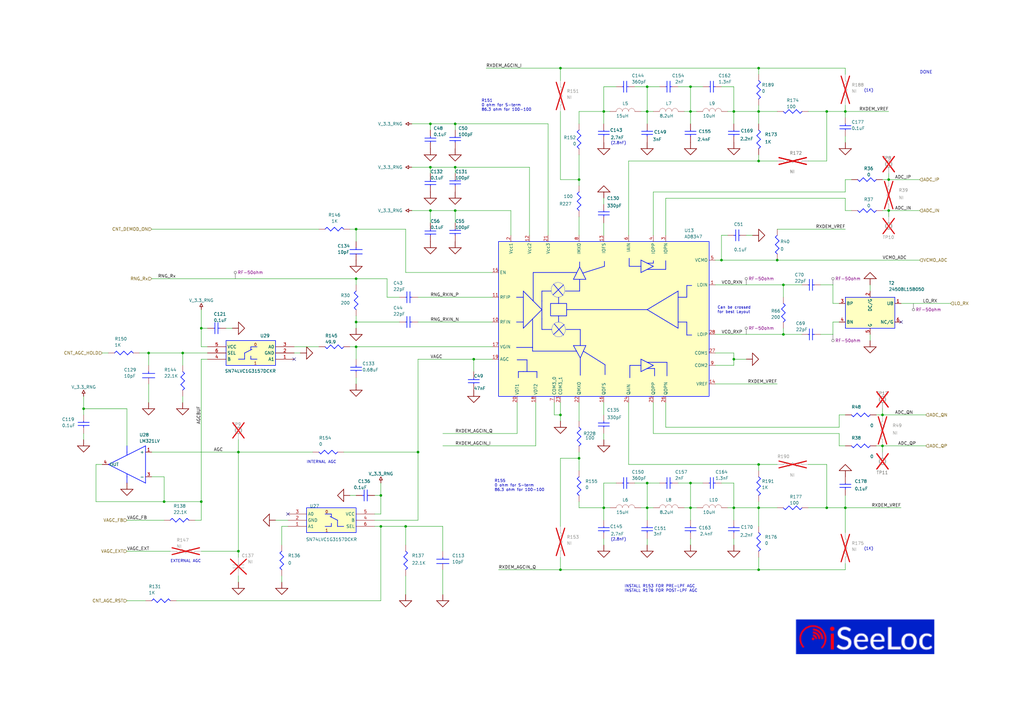
<source format=kicad_sch>
(kicad_sch (version 20231120) (generator "eeschema") (generator_version "8.0")
  (paper "A3")
  (junction (at 321.31 116.84))
  (junction (at 229.87 170.18))
  (junction (at 166.37 215.9))
  (junction (at 34.29 167.64))
  (junction (at 265.43 198.12))
  (junction (at 283.21 198.12))
  (junction (at 265.43 45.72))
  (junction (at 247.65 208.28))
  (junction (at 295.91 106.68))
  (junction (at 311.15 190.5))
  (junction (at 156.21 215.9))
  (junction (at 361.95 170.18))
  (junction (at 283.21 208.28))
  (junction (at 74.93 144.78))
  (junction (at 300.99 45.72))
  (junction (at 346.71 45.72))
  (junction (at 60.96 144.78))
  (junction (at 171.45 185.42))
  (junction (at 82.55 134.62))
  (junction (at 265.43 35.56))
  (junction (at 229.87 27.94))
  (junction (at 364.49 73.66))
  (junction (at 247.65 45.72))
  (junction (at 283.21 45.72))
  (junction (at 146.05 114.3))
  (junction (at 176.53 50.8))
  (junction (at 311.15 45.72))
  (junction (at 146.05 142.24))
  (junction (at 311.15 66.04))
  (junction (at 82.55 205.74))
  (junction (at 67.31 205.74))
  (junction (at 339.09 45.72))
  (junction (at 176.53 68.58))
  (junction (at 237.49 73.66))
  (junction (at 311.15 208.28))
  (junction (at 311.15 233.68))
  (junction (at 321.31 137.16))
  (junction (at 237.49 187.96))
  (junction (at 176.53 86.36))
  (junction (at 186.69 50.8))
  (junction (at 146.05 132.08))
  (junction (at 229.87 233.68))
  (junction (at 300.99 147.32))
  (junction (at 339.09 208.28))
  (junction (at 283.21 35.56))
  (junction (at 265.43 208.28))
  (junction (at 186.69 68.58))
  (junction (at 346.71 208.28))
  (junction (at 194.31 147.32))
  (junction (at 361.95 182.88))
  (junction (at 97.79 185.42))
  (junction (at 186.69 86.36))
  (junction (at 146.05 93.98))
  (junction (at 97.79 226.06))
  (junction (at 364.49 86.36))
  (junction (at 318.77 106.68))
  (junction (at 300.99 208.28))
  (junction (at 311.15 27.94))
  (junction (at 156.21 203.2))
  (no_connect (at 120.65 147.32))
  (no_connect (at 369.57 132.08))
  (no_connect (at 118.11 210.82))
  (wire (pts (xy 346.71 86.36) (xy 349.25 86.36)))
  (wire (pts (xy 97.79 226.06) (xy 97.79 185.42)))
  (wire (pts (xy 283.21 208.28) (xy 283.21 198.12)))
  (wire (pts (xy 176.53 86.36) (xy 186.69 86.36)))
  (wire (pts (xy 311.15 190.5) (xy 257.81 190.5)))
  (wire (pts (xy 158.75 114.3) (xy 158.75 121.92)))
  (wire (pts (xy 293.37 157.48) (xy 318.77 157.48)))
  (wire (pts (xy 34.29 180.34) (xy 34.29 177.8)))
  (wire (pts (xy 321.31 137.16) (xy 321.31 134.62)))
  (wire (pts (xy 247.65 50.8) (xy 247.65 45.72)))
  (wire (pts (xy 265.43 45.72) (xy 265.43 35.56)))
  (wire (pts (xy 143.51 142.24) (xy 146.05 142.24)))
  (wire (pts (xy 283.21 223.52) (xy 283.21 220.98)))
  (wire (pts (xy 168.91 86.36) (xy 176.53 86.36)))
  (wire (pts (xy 166.37 243.84) (xy 166.37 236.22)))
  (wire (pts (xy 341.63 124.46) (xy 341.63 116.84)))
  (wire (pts (xy 283.21 50.8) (xy 283.21 45.72)))
  (wire (pts (xy 153.67 213.36) (xy 171.45 213.36)))
  (wire (pts (xy 176.53 91.44) (xy 176.53 86.36)))
  (wire (pts (xy 344.17 132.08) (xy 341.63 132.08)))
  (wire (pts (xy 130.81 93.98) (xy 62.23 93.98)))
  (wire (pts (xy 229.87 233.68) (xy 229.87 228.6)))
  (wire (pts (xy 60.96 165.1) (xy 60.96 157.48)))
  (wire (pts (xy 344.17 175.26) (xy 273.05 175.26)))
  (wire (pts (xy 318.77 93.98) (xy 346.71 93.98)))
  (wire (pts (xy 194.31 152.4) (xy 194.31 147.32)))
  (wire (pts (xy 262.89 208.28) (xy 265.43 208.28)))
  (wire (pts (xy 369.57 124.46) (xy 389.89 124.46)))
  (wire (pts (xy 250.19 208.28) (xy 247.65 208.28)))
  (wire (pts (xy 283.21 35.56) (xy 283.21 45.72)))
  (wire (pts (xy 247.65 208.28) (xy 247.65 198.12)))
  (wire (pts (xy 123.19 144.78) (xy 120.65 144.78)))
  (wire (pts (xy 166.37 223.52) (xy 166.37 215.9)))
  (wire (pts (xy 356.87 139.7) (xy 356.87 137.16)))
  (wire (pts (xy 295.91 198.12) (xy 300.99 198.12)))
  (wire (pts (xy 97.79 238.76) (xy 97.79 236.22)))
  (wire (pts (xy 146.05 132.08) (xy 146.05 129.54)))
  (wire (pts (xy 300.99 45.72) (xy 311.15 45.72)))
  (wire (pts (xy 67.31 205.74) (xy 82.55 205.74)))
  (wire (pts (xy 359.41 182.88) (xy 361.95 182.88)))
  (wire (pts (xy 82.55 134.62) (xy 82.55 127)))
  (wire (pts (xy 265.43 198.12) (xy 265.43 208.28)))
  (wire (pts (xy 181.61 215.9) (xy 181.61 226.06)))
  (wire (pts (xy 300.99 149.86) (xy 300.99 147.32)))
  (wire (pts (xy 247.65 45.72) (xy 250.19 45.72)))
  (wire (pts (xy 130.81 142.24) (xy 120.65 142.24)))
  (wire (pts (xy 224.79 50.8) (xy 224.79 96.52)))
  (wire (pts (xy 311.15 205.74) (xy 311.15 208.28)))
  (wire (pts (xy 247.65 180.34) (xy 247.65 177.8)))
  (wire (pts (xy 346.71 208.28) (xy 369.57 208.28)))
  (wire (pts (xy 283.21 45.72) (xy 285.75 45.72)))
  (wire (pts (xy 217.17 68.58) (xy 217.17 96.52)))
  (wire (pts (xy 361.95 170.18) (xy 379.73 170.18)))
  (wire (pts (xy 295.91 106.68) (xy 318.77 106.68)))
  (wire (pts (xy 158.75 121.92) (xy 163.83 121.92)))
  (wire (pts (xy 204.47 233.68) (xy 229.87 233.68)))
  (wire (pts (xy 247.65 170.18) (xy 247.65 165.1)))
  (wire (pts (xy 293.37 149.86) (xy 300.99 149.86)))
  (wire (pts (xy 85.09 142.24) (xy 82.55 142.24)))
  (wire (pts (xy 331.47 208.28) (xy 339.09 208.28)))
  (wire (pts (xy 156.21 246.38) (xy 156.21 215.9)))
  (wire (pts (xy 267.97 78.74) (xy 346.71 78.74)))
  (wire (pts (xy 311.15 233.68) (xy 346.71 233.68)))
  (wire (pts (xy 346.71 208.28) (xy 346.71 203.2)))
  (wire (pts (xy 166.37 111.76) (xy 166.37 93.98)))
  (wire (pts (xy 166.37 93.98) (xy 146.05 93.98)))
  (wire (pts (xy 186.69 86.36) (xy 209.55 86.36)))
  (wire (pts (xy 186.69 71.12) (xy 186.69 68.58)))
  (wire (pts (xy 344.17 182.88) (xy 344.17 177.8)))
  (wire (pts (xy 265.43 223.52) (xy 265.43 220.98)))
  (wire (pts (xy 74.93 149.86) (xy 74.93 144.78)))
  (wire (pts (xy 201.93 121.92) (xy 171.45 121.92)))
  (wire (pts (xy 339.09 45.72) (xy 339.09 66.04)))
  (wire (pts (xy 298.45 208.28) (xy 300.99 208.28)))
  (wire (pts (xy 168.91 50.8) (xy 176.53 50.8)))
  (wire (pts (xy 293.37 106.68) (xy 295.91 106.68)))
  (wire (pts (xy 300.99 198.12) (xy 300.99 208.28)))
  (wire (pts (xy 364.49 71.12) (xy 364.49 73.66)))
  (wire (pts (xy 229.87 172.72) (xy 229.87 170.18)))
  (wire (pts (xy 346.71 27.94) (xy 346.71 30.48)))
  (wire (pts (xy 219.71 182.88) (xy 219.71 165.1)))
  (wire (pts (xy 339.09 45.72) (xy 346.71 45.72)))
  (wire (pts (xy 97.79 180.34) (xy 97.79 185.42)))
  (wire (pts (xy 295.91 96.52) (xy 298.45 96.52)))
  (wire (pts (xy 227.33 170.18) (xy 227.33 165.1)))
  (wire (pts (xy 67.31 213.36) (xy 52.07 213.36)))
  (wire (pts (xy 176.53 50.8) (xy 186.69 50.8)))
  (wire (pts (xy 293.37 116.84) (xy 321.31 116.84)))
  (wire (pts (xy 115.57 238.76) (xy 115.57 236.22)))
  (wire (pts (xy 67.31 195.58) (xy 62.23 195.58)))
  (wire (pts (xy 346.71 78.74) (xy 346.71 73.66)))
  (wire (pts (xy 339.09 208.28) (xy 346.71 208.28)))
  (wire (pts (xy 69.85 226.06) (xy 52.07 226.06)))
  (wire (pts (xy 346.71 43.18) (xy 346.71 45.72)))
  (wire (pts (xy 52.07 182.88) (xy 52.07 167.64)))
  (wire (pts (xy 311.15 208.28) (xy 318.77 208.28)))
  (wire (pts (xy 146.05 157.48) (xy 146.05 154.94)))
  (wire (pts (xy 82.55 147.32) (xy 85.09 147.32)))
  (wire (pts (xy 344.17 170.18) (xy 344.17 175.26)))
  (wire (pts (xy 260.35 198.12) (xy 265.43 198.12)))
  (wire (pts (xy 82.55 226.06) (xy 97.79 226.06)))
  (wire (pts (xy 257.81 96.52) (xy 257.81 66.04)))
  (wire (pts (xy 359.41 170.18) (xy 361.95 170.18)))
  (wire (pts (xy 85.09 134.62) (xy 82.55 134.62)))
  (wire (pts (xy 265.43 45.72) (xy 267.97 45.72)))
  (wire (pts (xy 156.21 203.2) (xy 153.67 203.2)))
  (wire (pts (xy 166.37 215.9) (xy 181.61 215.9)))
  (wire (pts (xy 80.01 213.36) (xy 82.55 213.36)))
  (wire (pts (xy 311.15 45.72) (xy 318.77 45.72)))
  (wire (pts (xy 237.49 76.2) (xy 237.49 73.66)))
  (wire (pts (xy 82.55 213.36) (xy 82.55 205.74)))
  (wire (pts (xy 237.49 187.96) (xy 229.87 187.96)))
  (wire (pts (xy 278.13 35.56) (xy 283.21 35.56)))
  (wire (pts (xy 229.87 233.68) (xy 311.15 233.68)))
  (wire (pts (xy 311.15 233.68) (xy 311.15 228.6)))
  (wire (pts (xy 346.71 182.88) (xy 344.17 182.88)))
  (wire (pts (xy 156.21 203.2) (xy 156.21 198.12)))
  (wire (pts (xy 34.29 170.18) (xy 34.29 167.64)))
  (wire (pts (xy 298.45 45.72) (xy 300.99 45.72)))
  (wire (pts (xy 153.67 215.9) (xy 156.21 215.9)))
  (wire (pts (xy 146.05 114.3) (xy 158.75 114.3)))
  (wire (pts (xy 156.21 210.82) (xy 156.21 203.2)))
  (wire (pts (xy 201.93 111.76) (xy 166.37 111.76)))
  (wire (pts (xy 62.23 114.3) (xy 146.05 114.3)))
  (wire (pts (xy 41.91 190.5) (xy 39.37 190.5)))
  (wire (pts (xy 346.71 58.42) (xy 346.71 55.88)))
  (wire (pts (xy 300.99 50.8) (xy 300.99 45.72)))
  (wire (pts (xy 237.49 73.66) (xy 229.87 73.66)))
  (wire (pts (xy 293.37 137.16) (xy 321.31 137.16)))
  (wire (pts (xy 265.43 213.36) (xy 265.43 208.28)))
  (wire (pts (xy 247.65 198.12) (xy 252.73 198.12)))
  (wire (pts (xy 339.09 208.28) (xy 339.09 190.5)))
  (wire (pts (xy 344.17 177.8) (xy 267.97 177.8)))
  (wire (pts (xy 260.35 35.56) (xy 265.43 35.56)))
  (wire (pts (xy 176.53 68.58) (xy 186.69 68.58)))
  (wire (pts (xy 265.43 50.8) (xy 265.43 45.72)))
  (wire (pts (xy 209.55 86.36) (xy 209.55 96.52)))
  (wire (pts (xy 194.31 147.32) (xy 201.93 147.32)))
  (wire (pts (xy 168.91 68.58) (xy 176.53 68.58)))
  (wire (pts (xy 146.05 93.98) (xy 143.51 93.98)))
  (wire (pts (xy 72.39 246.38) (xy 156.21 246.38)))
  (wire (pts (xy 97.79 185.42) (xy 128.27 185.42)))
  (wire (pts (xy 82.55 142.24) (xy 82.55 134.62)))
  (wire (pts (xy 339.09 190.5) (xy 331.47 190.5)))
  (wire (pts (xy 171.45 185.42) (xy 140.97 185.42)))
  (wire (pts (xy 82.55 147.32) (xy 82.55 205.74)))
  (wire (pts (xy 252.73 35.56) (xy 247.65 35.56)))
  (wire (pts (xy 346.71 45.72) (xy 364.49 45.72)))
  (wire (pts (xy 262.89 45.72) (xy 265.43 45.72)))
  (wire (pts (xy 361.95 182.88) (xy 361.95 185.42)))
  (wire (pts (xy 311.15 43.18) (xy 311.15 45.72)))
  (wire (pts (xy 95.25 134.62) (xy 92.71 134.62)))
  (wire (pts (xy 346.71 233.68) (xy 346.71 231.14)))
  (wire (pts (xy 237.49 73.66) (xy 237.49 63.5)))
  (wire (pts (xy 74.93 144.78) (xy 85.09 144.78)))
  (wire (pts (xy 237.49 50.8) (xy 237.49 45.72)))
  (wire (pts (xy 265.43 208.28) (xy 267.97 208.28)))
  (wire (pts (xy 212.09 177.8) (xy 212.09 165.1)))
  (wire (pts (xy 267.97 177.8) (xy 267.97 165.1)))
  (wire (pts (xy 97.79 226.06) (xy 97.79 228.6)))
  (wire (pts (xy 60.96 149.86) (xy 60.96 144.78)))
  (wire (pts (xy 44.45 144.78) (xy 41.91 144.78)))
  (wire (pts (xy 361.95 86.36) (xy 364.49 86.36)))
  (wire (pts (xy 308.61 96.52) (xy 306.07 96.52)))
  (wire (pts (xy 278.13 198.12) (xy 283.21 198.12)))
  (wire (pts (xy 341.63 132.08) (xy 341.63 137.16)))
  (wire (pts (xy 311.15 30.48) (xy 311.15 27.94)))
  (wire (pts (xy 67.31 205.74) (xy 67.31 195.58)))
  (wire (pts (xy 361.95 170.18) (xy 361.95 167.64)))
  (wire (pts (xy 364.49 86.36) (xy 377.19 86.36)))
  (wire (pts (xy 146.05 116.84) (xy 146.05 114.3)))
  (wire (pts (xy 344.17 124.46) (xy 341.63 124.46)))
  (wire (pts (xy 237.49 88.9) (xy 237.49 96.52)))
  (wire (pts (xy 186.69 53.34) (xy 186.69 50.8)))
  (wire (pts (xy 318.77 190.5) (xy 311.15 190.5)))
  (wire (pts (xy 300.99 208.28) (xy 300.99 213.36)))
  (wire (pts (xy 176.53 53.34) (xy 176.53 50.8)))
  (wire (pts (xy 318.77 106.68) (xy 377.19 106.68)))
  (wire (pts (xy 361.95 182.88) (xy 379.73 182.88)))
  (wire (pts (xy 229.87 170.18) (xy 229.87 165.1)))
  (wire (pts (xy 247.65 208.28) (xy 237.49 208.28)))
  (wire (pts (xy 60.96 144.78) (xy 74.93 144.78)))
  (wire (pts (xy 295.91 35.56) (xy 300.99 35.56)))
  (wire (pts (xy 311.15 50.8) (xy 311.15 45.72)))
  (wire (pts (xy 199.39 27.94) (xy 229.87 27.94)))
  (wire (pts (xy 229.87 27.94) (xy 311.15 27.94)))
  (wire (pts (xy 52.07 246.38) (xy 59.69 246.38)))
  (wire (pts (xy 171.45 185.42) (xy 171.45 147.32)))
  (wire (pts (xy 341.63 137.16) (xy 336.55 137.16)))
  (wire (pts (xy 311.15 193.04) (xy 311.15 190.5)))
  (wire (pts (xy 229.87 187.96) (xy 229.87 215.9)))
  (wire (pts (xy 273.05 96.52) (xy 273.05 81.28)))
  (wire (pts (xy 341.63 116.84) (xy 336.55 116.84)))
  (wire (pts (xy 52.07 167.64) (xy 34.29 167.64)))
  (wire (pts (xy 34.29 167.64) (xy 34.29 162.56)))
  (wire (pts (xy 346.71 218.44) (xy 346.71 208.28)))
  (wire (pts (xy 247.65 35.56) (xy 247.65 45.72)))
  (wire (pts (xy 321.31 137.16) (xy 328.93 137.16)))
  (wire (pts (xy 300.99 208.28) (xy 311.15 208.28)))
  (wire (pts (xy 311.15 215.9) (xy 311.15 208.28)))
  (wire (pts (xy 156.21 215.9) (xy 166.37 215.9)))
  (wire (pts (xy 321.31 116.84) (xy 328.93 116.84)))
  (wire (pts (xy 280.67 45.72) (xy 283.21 45.72)))
  (wire (pts (xy 229.87 73.66) (xy 229.87 45.72)))
  (wire (pts (xy 118.11 213.36) (xy 113.03 213.36)))
  (wire (pts (xy 265.43 35.56) (xy 270.51 35.56)))
  (wire (pts (xy 283.21 198.12) (xy 288.29 198.12)))
  (wire (pts (xy 146.05 147.32) (xy 146.05 142.24)))
  (wire (pts (xy 186.69 91.44) (xy 186.69 86.36)))
  (wire (pts (xy 237.49 193.04) (xy 237.49 187.96)))
  (wire (pts (xy 229.87 170.18) (xy 227.33 170.18)))
  (wire (pts (xy 181.61 177.8) (xy 212.09 177.8)))
  (wire (pts (xy 237.49 187.96) (xy 237.49 185.42)))
  (wire (pts (xy 257.81 66.04) (xy 311.15 66.04)))
  (wire (pts (xy 300.99 144.78) (xy 293.37 144.78)))
  (wire (pts (xy 181.61 243.84) (xy 181.61 233.68)))
  (wire (pts (xy 57.15 144.78) (xy 60.96 144.78)))
  (wire (pts (xy 265.43 198.12) (xy 270.51 198.12)))
  (wire (pts (xy 300.99 35.56) (xy 300.99 45.72)))
  (wire (pts (xy 311.15 66.04) (xy 311.15 63.5)))
  (wire (pts (xy 283.21 208.28) (xy 285.75 208.28)))
  (wire (pts (xy 163.83 132.08) (xy 146.05 132.08)))
  (wire (pts (xy 346.71 45.72) (xy 346.71 48.26)))
  (wire (pts (xy 153.67 210.82) (xy 156.21 210.82)))
  (wire (pts (xy 247.65 83.82) (xy 247.65 81.28)))
  (wire (pts (xy 39.37 190.5) (xy 39.37 205.74)))
  (wire (pts (xy 356.87 119.38) (xy 356.87 116.84)))
  (wire (pts (xy 171.45 213.36) (xy 171.45 185.42)))
  (wire (pts (xy 267.97 96.52) (xy 267.97 78.74)))
  (wire (pts (xy 364.49 88.9) (xy 364.49 86.36)))
  (wire (pts (xy 39.37 205.74) (xy 67.31 205.74)))
  (wire (pts (xy 201.93 132.08) (xy 171.45 132.08)))
  (wire (pts (xy 364.49 73.66) (xy 377.19 73.66)))
  (wire (pts (xy 346.71 81.28) (xy 346.71 86.36)))
  (wire (pts (xy 171.45 147.32) (xy 194.31 147.32)))
  (wire (pts (xy 247.65 96.52) (xy 247.65 91.44)))
  (wire (pts (xy 146.05 142.24) (xy 201.93 142.24)))
  (wire (pts (xy 283.21 213.36) (xy 283.21 208.28)))
  (wire (pts (xy 237.49 45.72) (xy 247.65 45.72)))
  (wire (pts (xy 181.61 182.88) (xy 219.71 182.88)))
  (wire (pts (xy 273.05 175.26) (xy 273.05 165.1)))
  (wire (pts (xy 361.95 73.66) (xy 364.49 73.66)))
  (wire (pts (xy 115.57 223.52) (xy 115.57 215.9)))
  (wire (pts (xy 146.05 134.62) (xy 146.05 132.08)))
  (wire (pts (xy 146.05 99.06) (xy 146.05 93.98)))
  (wire (pts (xy 321.31 121.92) (xy 321.31 116.84)))
  (wire (pts (xy 311.15 66.04) (xy 318.77 66.04)))
  (wire (pts (xy 273.05 81.28) (xy 346.71 81.28)))
  (wire (pts (xy 346.71 170.18) (xy 344.17 170.18)))
  (wire (pts (xy 283.21 35.56) (xy 288.29 35.56)))
  (wire (pts (xy 115.57 215.9) (xy 118.11 215.9)))
  (wire (pts (xy 62.23 185.42) (xy 97.79 185.42)))
  (wire (pts (xy 186.69 68.58) (xy 217.17 68.58)))
  (wire (pts (xy 300.99 147.32) (xy 300.99 144.78)))
  (wire (pts (xy 146.05 203.2) (xy 143.51 203.2)))
  (wire (pts (xy 306.07 147.32) (xy 300.99 147.32)))
  (wire (pts (xy 257.81 190.5) (xy 257.81 165.1)))
  (wire (pts (xy 186.69 50.8) (xy 224.79 50.8)))
  (wire (pts (xy 346.71 73.66) (xy 349.25 73.66)))
  (wire (pts (xy 295.91 106.68) (xy 295.91 96.52)))
  (wire (pts (xy 331.47 45.72) (xy 339.09 45.72)))
  (wire (pts (xy 237.49 208.28) (xy 237.49 205.74)))
  (wire (pts (xy 247.65 213.36) (xy 247.65 208.28)))
  (wire (pts (xy 247.65 223.52) (xy 247.65 220.98)))
  (wire (pts (xy 176.53 71.12) (xy 176.53 68.58)))
  (wire (pts (xy 311.15 27.94) (xy 346.71 27.94)))
  (wire (pts (xy 74.93 162.56) (xy 74.93 165.1)))
  (wire (pts (xy 237.49 165.1) (xy 237.49 172.72)))
  (wire (pts (xy 229.87 33.02) (xy 229.87 27.94)))
  (wire (pts (xy 300.99 223.52) (xy 300.99 220.98)))
  (wire (pts (xy 280.67 208.28) (xy 283.21 208.28)))
  (wire (pts (xy 339.09 66.04) (xy 331.47 66.04)))
  (image (at 354.838 261.039) (scale 3.82983))
  (text_box "INSTALL R153 FOR PRE-LPF AGC\nINSTALL R176 FOR POST-LPF AGC" (at 292.608 238.76 0) (size -37.338 4.572) (stroke (width -0.0001) (color 0 0 0 1)) (effects (font (size 1.143 1.143)) (justify left top)))
  (text_box "Can be crossed\nfor best Layout" (at 293.37 124.46 0) (size 19.558 4.572) (stroke (width -0.0001) (color 0 0 0 1)) (effects (font (size 1.143 1.143)) (justify left top)))
  (text_box "R155\n0 ohm for S-term\n86.3 ohm for 100-100" (at 227.838 195.58 0) (size -25.908 6.858) (stroke (width -0.0001) (color 0 0 0 1)) (effects (font (size 1.143 1.143)) (justify left top)))
  (text_box "R151\n0 ohm for S-term\n86.3 ohm for 100-100" (at 222.504 39.624 0) (size -25.908 6.858) (stroke (width -0.0001) (color 0 0 0 1)) (effects (font (size 1.143 1.143)) (justify left top)))
  (text "(2.8nF)" (at 250.444 59.436 0) (effects (font (size 1.143 1.143)) (justify left bottom)))
  (text "(1K)" (at 354.33 225.806 0) (effects (font (size 1.143 1.143)) (justify left bottom)))
  (text "(1K)" (at 354.33 37.846 0) (effects (font (size 1.143 1.143)) (justify left bottom)))
  (text "EXTERNAL AGC" (at 69.85 230.886 0) (effects (font (size 1.143 1.143)) (justify left bottom)))
  (text "(2.8nF)" (at 250.444 221.996 0) (effects (font (size 1.143 1.143)) (justify left bottom)))
  (text "INTERNAL AGC" (at 125.73 190.246 0) (effects (font (size 1.143 1.143)) (justify left bottom)))
  (text "DONE" (at 377.19 30.48 0) (effects (font (size 1.27 1.27)) (justify left bottom)))
  (label "RNG_RXIN_P" (at 176.53 121.92 0))
  (label "VCO_RXP" (at 295.91 137.16 0))
  (label "VCO_RXN" (at 295.91 116.84 0))
  (label "ADC_IP" (at 367.03 73.66 0))
  (label "VAGC_FB" (at 52.07 213.36 0))
  (label "RNG_Rx" (at 64.77 114.3 0))
  (label "RXDEM_VREF" (at 369.57 208.28 180))
  (label "ADC_QN" (at 367.03 170.18 0))
  (label "RXDEM_VREF" (at 346.71 93.98 180))
  (label "ADC_QP" (at 368.3 182.88 0))
  (label "RXDEM_VREF" (at 364.49 45.72 180))
  (label "ADC_IN" (at 367.03 86.36 0))
  (label "VCMO_ADC" (at 361.95 106.68 0))
  (label "RXDEM_AGCIN_I" (at 186.69 182.88 0))
  (label "VAGC" (at 176.53 147.32 0))
  (label "RXDEM_VREF" (at 318.77 157.48 180))
  (label "RXDEM_AGCIN_Q" (at 204.47 233.68 0))
  (label "AGCBUF" (at 82.55 173.99 90))
  (label "VAGC_EXT" (at 52.07 226.06 0))
  (label "RXDEM_AGCIN_Q" (at 186.69 177.8 0))
  (label "RNG_RXIN_N" (at 176.53 132.08 0))
  (label "AGC" (at 87.63 185.42 0))
  (label "LO_RX" (at 378.46 124.46 0))
  (label "RXDEM_AGCIN_I" (at 199.39 27.94 0))
  (hierarchical_label "VAGC_FB" (shape input) (at 52.07 213.36 180))
  (hierarchical_label "ADC_IP" (shape input) (at 377.19 73.66 0))
  (hierarchical_label "CNT_AGC_RST" (shape input) (at 52.07 246.38 180))
  (hierarchical_label "CNT_AGC_HOLD" (shape input) (at 41.91 144.78 180))
  (hierarchical_label "LO_RX" (shape input) (at 389.89 124.46 0))
  (hierarchical_label "CNT_DEMOD_ON" (shape input) (at 62.23 93.98 180))
  (hierarchical_label "VCMO_ADC" (shape input) (at 377.19 106.68 0))
  (hierarchical_label "ADC_QN" (shape input) (at 379.73 170.18 0))
  (hierarchical_label "ADC_QP" (shape input) (at 379.73 182.88 0))
  (hierarchical_label "RNG_Rx" (shape input) (at 62.23 114.3 180))
  (hierarchical_label "VAGC_EXT" (shape input) (at 52.07 226.06 180))
  (hierarchical_label "ADC_IN" (shape input) (at 377.19 86.36 0))
  (netclass_flag "" (length 2.54) (shape round) (at 374.65 124.46 180) (property "Netclass" "RF-50ohm" (at 386.08 127 0) (effects (justify right))))
  (netclass_flag "" (length 2.54) (shape round) (at 306.07 137.16 0) (property "Netclass" "RF-50ohm" (at 317.5 134.62 0) (effects (justify right))))
  (netclass_flag "" (length 2.54) (shape round) (at 306.07 116.84 0) (property "Netclass" "RF-50ohm" (at 317.5 114.3 0) (effects (justify right))))
  (netclass_flag "" (length 2.54) (shape round) (at 341.63 116.84 0) (property "Netclass" "RF-50ohm" (at 353.06 114.3 0) (effects (justify right))))
  (netclass_flag "" (length 2.54) (shape round) (at 341.63 137.16 180) (property "Netclass" "RF-50ohm" (at 353.06 139.7 0) (effects (justify right))))
  (netclass_flag "" (length 2.54) (shape round) (at 96.52 114.3 0) (property "Netclass" "RF-50ohm" (at 107.95 111.76 0) (effects (justify right))))
  (symbol (lib_id "TruelocationR3_all_project_symbols:root_3_mirrored_CAP NP") (at 331.47 134.62 0) (unit 1)
    (property "Reference" "C69" (at 326.39 133.35 0) (effects (justify left bottom)))
    (property "Value" "22pF" (at 326.39 135.89 0) (effects (justify left bottom)))
    (property "Footprint" "Library:CAP_CHIP_0402_W24L44H24_RFL" (effects (hide yes)))
    (property "Datasheet" "https://search.murata.co.jp/Ceramy/image/img/A01X/G101/ENG/GCM1555C1HR50BA16-01A.pdf" (effects (hide yes)))
    (property "Description" "CAP CER 22PF 50V C0G/NP0 0402" (effects (hide yes)))
    (property "MANUFACTURER P/N" "GCM1555C1H220JA16D" (effects (hide yes)))
    (property "MANUFACTURER" "MURATA ELECTRONICS" (effects (hide yes)))
  )
  (symbol (lib_id "TruelocationR3_all_project_symbols:V_3.3_RNG_ARROW") (at 156.21 198.12 180) (unit 1)
    (property "Reference" "#PWR80" (effects (hide yes)))
    (property "Value" "V_3.3_RNG" (at 156.21 194.31 0))
  )
  (symbol (lib_id "TruelocationR3_all_project_symbols:root_3_RESISTOR") (at 328.93 205.74 0) (unit 1)
    (property "Reference" "R177" (at 323.85 204.47 0) (effects (justify left bottom)))
    (property "Value" "100" (at 323.85 207.01 0) (effects (justify left bottom)))
    (property "Footprint" "Library:CAP_CHIP_0402_W24L44H24_RFL" (effects (hide yes)))
    (property "Datasheet" "https://www.seielect.com/catalog/sei-rmcf_rmcp.pdf" (effects (hide yes)))
    (property "Description" "RES 100 OHM 1% 1/16W 0402" (effects (hide yes)))
    (property "MANUFACTURER P/N" "RMCF0402FT100R" (effects (hide yes)))
    (property "MANUFACTURER" "STACKPOLE" (effects (hide yes)))
  )
  (symbol (lib_id "TruelocationR3_all_project_symbols:root_0_RESISTOR") (at 308.61 218.44 0) (unit 1)
    (property "Reference" "R176" (at 313.69 220.98 0) (effects (justify left bottom)))
    (property "Value" "0" (at 313.69 223.52 0) (effects (justify left bottom)))
    (property "Footprint" "Library:CAP_CHIP_0402_W24L44H24_RFL" (effects (hide yes)))
    (property "Datasheet" "https://www.te.com/commerce/DocumentDelivery/DDEController?Action=srchrtrv&DocNm=1773204&DocType=DS&DocLang=English" (effects (hide yes)))
    (property "Description" "RES SMD 0 OHM JUMPER 1/16W 0402" (effects (hide yes)))
    (property "MANUFACTURER P/N" "CRG0402ZR" (effects (hide yes)))
    (property "MANUFACTURER" "TE CONNECTIVITY" (effects (hide yes)))
  )
  (symbol (lib_id "TruelocationR3_all_project_symbols:root_0_RESISTOR") (at 234.95 175.26 0) (unit 1)
    (property "Reference" "R228" (at 239.268 178.562 0) (effects (justify left bottom)))
    (property "Value" "100" (at 240.03 180.34 0) (effects (justify left bottom)))
    (property "Footprint" "Library:CAP_CHIP_0402_W24L44H24_RFL" (effects (hide yes)))
    (property "Datasheet" "https://www.seielect.com/catalog/sei-rmcf_rmcp.pdf" (effects (hide yes)))
    (property "Description" "RES 100 OHM 1% 1/16W 0402" (effects (hide yes)))
    (property "MANUFACTURER P/N" "RMCF0402FT100R" (effects (hide yes)))
    (property "MANUFACTURER" "STACKPOLE" (effects (hide yes)))
  )
  (symbol (lib_id "TruelocationR3_all_project_symbols:root_0_mirrored_CAP NP") (at 285.75 215.9 0) (unit 1)
    (property "Reference" "C163" (at 286.512 217.17 0) (effects (justify left bottom)))
    (property "Value" "2.4nF" (at 287.02 219.71 0) (effects (justify left bottom)))
    (property "Footprint" "Library:CAP_CHIP_0402_W24L44H24_RFL" (effects (hide yes)))
    (property "Datasheet" "https://search.murata.co.jp/Ceramy/image/img/A01X/G101/ENG/GRM1557U1A242JA01-01A.pdf" (effects (hide yes)))
    (property "Description" "CAP CER 2400PF 10V U2J 0402" (effects (hide yes)))
    (property "MANUFACTURER P/N" "GRM1557U1A242JA01D" (effects (hide yes)))
    (property "MANUFACTURER" "MURATA ELECTRONICS" (effects (hide yes)))
  )
  (symbol (lib_id "TruelocationR3_all_project_symbols:root_3_mirrored_CAP NP") (at 166.37 119.38 0) (unit 1)
    (property "Reference" "C43" (at 161.29 116.84 0) (effects (justify left bottom)))
    (property "Value" "22pF" (at 161.29 119.38 0) (effects (justify left bottom)))
    (property "Footprint" "Library:CAP_CHIP_0402_W24L44H24_RFL" (effects (hide yes)))
    (property "Datasheet" "https://search.murata.co.jp/Ceramy/image/img/A01X/G101/ENG/GCM1555C1HR50BA16-01A.pdf" (effects (hide yes)))
    (property "Description" "CAP CER 22PF 50V C0G/NP0 0402" (effects (hide yes)))
    (property "MANUFACTURER P/N" "GCM1555C1H220JA16D" (effects (hide yes)))
    (property "MANUFACTURER" "MURATA ELECTRONICS" (effects (hide yes)))
  )
  (symbol (lib_id "TruelocationR3_all_project_symbols:GND_SIGNAL_SIGNAL_GROUND") (at 300.99 223.52 0) (unit 1)
    (property "Reference" "#PWR103" (effects (hide yes)))
    (property "Value" "GND_SIGNAL" (effects (hide yes)))
  )
  (symbol (lib_id "TruelocationR3_all_project_symbols:root_3_RESISTOR") (at 140.97 139.7 0) (unit 1)
    (property "Reference" "R145" (at 133.35 138.43 0) (effects (justify left bottom)))
    (property "Value" "49.9" (at 133.35 140.97 0) (effects (justify left bottom)))
    (property "Footprint" "Library:CAP_CHIP_0402_W24L44H24_RFL" (effects (hide yes)))
    (property "Datasheet" "https://www.yageo.com/upload/media/product/products/datasheet/rchip/PYu-RC_Group_51_RoHS_L_12.pdf" (effects (hide yes)))
    (property "Description" "RES 49.9 OHM 1% 1/16W 0402" (effects (hide yes)))
    (property "MANUFACTURER P/N" "RC0402FR-0749R9L" (effects (hide yes)))
    (property "MANUFACTURER" "YAGEO" (effects (hide yes)))
  )
  (symbol (lib_id "TruelocationR3_all_project_symbols:GND_SIGNAL_SIGNAL_GROUND") (at 60.96 165.1 0) (unit 1)
    (property "Reference" "#PWR68" (effects (hide yes)))
    (property "Value" "GND_SIGNAL" (effects (hide yes)))
  )
  (symbol (lib_id "TruelocationR3_all_project_symbols:GND_SIGNAL_SIGNAL_GROUND") (at 123.19 144.78 90) (unit 1)
    (property "Reference" "#PWR75" (effects (hide yes)))
    (property "Value" "GND_SIGNAL" (effects (hide yes)))
  )
  (symbol (lib_id "TruelocationR3_all_project_symbols:root_1_mirrored_RESISTOR") (at 77.47 215.9 0) (unit 1)
    (property "Reference" "R138" (at 71.12 208.28 0) (effects (justify left bottom)))
    (property "Value" "22.1K" (at 71.12 210.82 0) (effects (justify left bottom)))
    (property "Footprint" "Library:CAP_CHIP_0402_W24L44H24_RFL" (effects (hide yes)))
    (property "Datasheet" "https://www.seielect.com/catalog/sei-rmcf_rmcp.pdf" (effects (hide yes)))
    (property "Description" "RES 22.1K OHM 1% 1/16W 0402" (effects (hide yes)))
    (property "MANUFACTURER P/N" "RMCF0402FT22K1" (effects (hide yes)))
    (property "MANUFACTURER" "STACKPOLE" (effects (hide yes)))
  )
  (symbol (lib_id "TruelocationR3_all_project_symbols:root_0_mirrored_LM321LV_0") (at 59.69 182.88 0) (unit 1)
    (property "Reference" "U28" (at 57.15 179.07 0) (effects (justify left bottom)))
    (property "Value" "LM321LV" (at 57.15 181.61 0) (effects (justify left bottom)))
    (property "Footprint" "Library:IC_SC70-6_5OF6PIN" (effects (hide yes)))
    (property "Datasheet" "https://www.ti.com/general/docs/suppproductinfo.tsp?distId=10&gotoUrl=https%3A%2F%2Fwww.ti.com%2Flit%2Fgpn%2Flm321lv" (effects (hide yes)))
    (property "Description" "IC OPAMP GP 1 CIRCUIT SC70-5" (effects (hide yes)))
    (property "MANUFACTURER P/N" "LM321LVIDCKR" (effects (hide yes)))
    (property "MANUFACTURER" "TI" (effects (hide yes)))
  )
  (symbol (lib_id "TruelocationR3_all_project_symbols:GND_SIGNAL_SIGNAL_GROUND") (at 176.53 99.06 0) (unit 1)
    (property "Reference" "#PWR87" (effects (hide yes)))
    (property "Value" "GND_SIGNAL" (effects (hide yes)))
  )
  (symbol (lib_id "TruelocationR3_all_project_symbols:root_1_mirrored_CAP NP") (at 303.53 99.06 0) (unit 1)
    (property "Reference" "C51" (at 300.99 92.71 0) (effects (justify left bottom)))
    (property "Value" "0.1uF" (at 300.99 103.124 0) (effects (justify left bottom)))
    (property "Footprint" "Library:CAP_CHIP_0402_W24L44H24_RFL" (effects (hide yes)))
    (property "Datasheet" "https://mm.digikey.com/Volume0/opasdata/d220001/medias/docus/2715/CL05B104KO5NFNC_Spec.pdf" (effects (hide yes)))
    (property "Description" "CAP CER 0.1UF 16V X7R 0402" (effects (hide yes)))
    (property "MANUFACTURER P/N" "CL05B104KO5NFNC" (effects (hide yes)))
    (property "MANUFACTURER" "SAMSUNG" (effects (hide yes)))
  )
  (symbol (lib_id "TruelocationR3_all_project_symbols:root_3_mirrored_CAP NP") (at 87.63 132.08 0) (unit 1)
    (property "Reference" "C121" (at 87.63 129.54 0) (effects (justify left bottom)))
    (property "Value" "0.1uF" (at 87.63 132.08 0) (effects (justify left bottom)))
    (property "Footprint" "Library:CAP_CHIP_0402_W24L44H24_RFL" (effects (hide yes)))
    (property "Datasheet" "https://mm.digikey.com/Volume0/opasdata/d220001/medias/docus/2715/CL05B104KO5NFNC_Spec.pdf" (effects (hide yes)))
    (property "Description" "CAP CER 0.1UF 16V X7R 0402" (effects (hide yes)))
    (property "MANUFACTURER P/N" "CL05B104KO5NFNC" (effects (hide yes)))
    (property "MANUFACTURER" "SAMSUNG" (effects (hide yes)))
  )
  (symbol (lib_id "TruelocationR3_all_project_symbols:GND_SIGNAL_SIGNAL_GROUND") (at 265.43 223.52 0) (unit 1)
    (property "Reference" "#PWR99" (effects (hide yes)))
    (property "Value" "GND_SIGNAL" (effects (hide yes)))
  )
  (symbol (lib_id "TruelocationR3_all_project_symbols:GND_SIGNAL_SIGNAL_GROUND") (at 247.65 180.34 0) (unit 1)
    (property "Reference" "#PWR96" (effects (hide yes)))
    (property "Value" "GND_SIGNAL" (effects (hide yes)))
  )
  (symbol (lib_id "TruelocationR3_all_project_symbols:root_2_CAP - 22pF/NPO_0402") (at 148.59 104.14 0) (unit 1)
    (property "Reference" "C134" (at 138.43 101.6 0) (effects (justify left bottom)))
    (property "Value" "10pF" (at 138.43 104.14 0) (effects (justify left bottom)))
    (property "Footprint" "Library:CAP_CHIP_0402_W24L44H24_RFL" (effects (hide yes)))
    (property "Datasheet" "https://search.kemet.com/download/datasheet/C0402C100J3GAC7867" (effects (hide yes)))
    (property "Description" "CAP CER 10PF 25V C0G/NP0 0402" (effects (hide yes)))
    (property "MANUFACTURER" "KEMET" (effects (hide yes)))
    (property "MANUFACTURER P/N" "C0402C100J3GACTU" (effects (hide yes)))
  )
  (symbol (lib_id "TruelocationR3_all_project_symbols:root_1_mirrored_INDUCTOR") (at 278.13 210.82 0) (unit 1)
    (property "Reference" "L8" (at 273.05 205.74 0) (effects (justify left bottom)))
    (property "Value" "8.2uH" (at 270.51 210.82 0) (effects (justify left bottom)))
    (property "Footprint" "Library:CAP_CHIP_0603_W40L70H22_RFL" (effects (hide yes)))
    (property "Datasheet" "https://www.waldom.com/upload/parts/datasheets/mf-abr/abr-aiml-0603-8r2k-t.pdf" (effects (hide yes)))
    (property "Description" "FIXED IND 8.2UH 4MA 2.1 OHM SMD" (effects (hide yes)))
    (property "MANUFACTURER P/N" "AIML-0603-8R2K-T" (effects (hide yes)))
    (property "MANUFACTURER" "ABRACON" (effects (hide yes)))
  )
  (symbol (lib_id "TruelocationR3_all_project_symbols:root_1_mirrored_INDUCTOR") (at 260.35 48.26 0) (unit 1)
    (property "Reference" "L5" (at 255.27 43.18 0) (effects (justify left bottom)))
    (property "Value" "15uH" (at 252.73 48.26 0) (effects (justify left bottom)))
    (property "Footprint" "Library:CAP_CHIP_0603" (effects (hide yes)))
    (property "Datasheet" "https://product.tdk.com/en/system/files?file=dam/doc/product/inductor/inductor/smd/catalog/inductor_commercial_standard_mlf1608_en.pdf" (effects (hide yes)))
    (property "Description" "FIXED IND 15UH 2MA 1.5 OHM SMD" (effects (hide yes)))
    (property "MANUFACTURER P/N" "MLF1608C150KTA00" (effects (hide yes)))
    (property "MANUFACTURER" "TDK" (effects (hide yes)))
  )
  (symbol (lib_id "TruelocationR3_all_project_symbols:root_3_RESISTOR") (at 356.87 167.64 0) (unit 1)
    (property "Reference" "R48" (at 349.25 167.64 0) (effects (justify left bottom)))
    (property "Value" "0" (at 356.87 175.26 0) (effects (justify left bottom)))
    (property "Footprint" "Library:CAP_CHIP_0402_W24L44H24_RFL" (effects (hide yes)))
    (property "Datasheet" "https://www.te.com/commerce/DocumentDelivery/DDEController?Action=srchrtrv&DocNm=1773204&DocType=DS&DocLang=English" (effects (hide yes)))
    (property "Description" "RES SMD 0 OHM JUMPER 1/16W 0402" (effects (hide yes)))
    (property "MANUFACTURER P/N" "CRG0402ZR" (effects (hide yes)))
    (property "MANUFACTURER" "TE CONNECTIVITY" (effects (hide yes)))
  )
  (symbol (lib_id "TruelocationR3_all_project_symbols:GND_SIGNAL_SIGNAL_GROUND") (at 176.53 60.96 0) (unit 1)
    (property "Reference" "#PWR85" (effects (hide yes)))
    (property "Value" "GND_SIGNAL" (effects (hide yes)))
  )
  (symbol (lib_id "TruelocationR3_all_project_symbols:GND_SIGNAL_SIGNAL_GROUND") (at 247.65 223.52 0) (unit 1)
    (property "Reference" "#PWR97" (effects (hide yes)))
    (property "Value" "GND_SIGNAL" (effects (hide yes)))
  )
  (symbol (lib_id "TruelocationR3_all_project_symbols:GND_SIGNAL_SIGNAL_GROUND") (at 247.65 81.28 180) (unit 1)
    (property "Reference" "#PWR95" (effects (hide yes)))
    (property "Value" "GND_SIGNAL" (effects (hide yes)))
  )
  (symbol (lib_id "TruelocationR3_all_project_symbols:root_2_RESISTOR") (at 240.03 60.96 0) (unit 1)
    (property "Reference" "R152" (at 231.14 57.15 0) (effects (justify left bottom)))
    (property "Value" "0" (at 234.95 59.69 0) (effects (justify left bottom)))
    (property "Footprint" "Library:CAP_CHIP_0402_W24L44H24_RFL" (effects (hide yes)))
    (property "Datasheet" "https://www.te.com/commerce/DocumentDelivery/DDEController?Action=srchrtrv&DocNm=1773204&DocType=DS&DocLang=English" (effects (hide yes)))
    (property "Description" "RES SMD 0 OHM JUMPER 1/16W 0402" (effects (hide yes)))
    (property "MANUFACTURER P/N" "CRG0402ZR" (effects (hide yes)))
    (property "MANUFACTURER" "TE CONNECTIVITY" (effects (hide yes)))
  )
  (symbol (lib_id "TruelocationR3_all_project_symbols:root_1_R") (at 62.23 248.92 0) (unit 1)
    (property "Reference" "R131" (at 60.96 241.3 0) (effects (justify left bottom)))
    (property "Value" "1K" (at 60.96 243.84 0) (effects (justify left bottom)))
    (property "Footprint" "Library:CAP_CHIP_0402_W24L44H24_RFL" (effects (hide yes)))
    (property "Datasheet" "https://www.yageo.com/upload/media/product/products/datasheet/rchip/PYu-RC_Group_51_RoHS_L_12.pdf" (effects (hide yes)))
    (property "Description" "RES 1K OHM 1% 1/16W 0402" (effects (hide yes)))
    (property "MANUFACTURER P/N" "RC0402FR-071KL" (effects (hide yes)))
    (property "MANUFACTURER" "YAGEO" (effects (hide yes)))
  )
  (symbol (lib_id "TruelocationR3_all_project_symbols:root_2_mirrored_CAP NP") (at 245.11 175.26 0) (unit 1)
    (property "Reference" "C135" (at 248.92 168.91 0) (effects (justify left bottom)))
    (property "Value" "330pF" (at 248.92 171.958 0) (effects (justify left bottom)))
    (property "Footprint" "Library:CAP_CHIP_0402_W24L44H24_RFL" (effects (hide yes)))
    (property "Datasheet" "https://mm.digikey.com/Volume0/opasdata/d220001/medias/docus/536/UMK105CG331JVHF_SS.pdf" (effects (hide yes)))
    (property "Description" "CAP CER 330PF 50V C0G/NP0 0402" (effects (hide yes)))
    (property "MANUFACTURER P/N" "UMK105CG331JVHF" (effects (hide yes)))
    (property "MANUFACTURER" "TAIYO" (effects (hide yes)))
  )
  (symbol (lib_id "TruelocationR3_all_project_symbols:root_0_mirrored_CAP NP") (at 250.19 215.9 0) (unit 1)
    (property "Reference" "C145" (at 250.19 216.662 0) (effects (justify left bottom)))
    (property "Value" "2.7nF" (at 250.444 219.71 0) (effects (justify left bottom)))
    (property "Footprint" "Library:CAP_CHIP_0402_W24L44H24_RFL" (effects (hide yes)))
    (property "Datasheet" "https://www.yageo.com/upload/media/product/productsearch/datasheet/mlcc/UPY-GPHC_X7R_6.3V-to-250V_24.pdf" (effects (hide yes)))
    (property "Description" "CAP CER 2700PF 50V X7R 0402" (effects (hide yes)))
    (property "MANUFACTURER P/N" "CC0402JRX7R9BB272" (effects (hide yes)))
    (property "MANUFACTURER" "YAGEO" (effects (hide yes)))
  )
  (symbol (lib_id "TruelocationR3_all_project_symbols:root_0_mirrored_CAP NP") (at 285.75 53.34 0) (unit 1)
    (property "Reference" "C155" (at 286.512 54.61 0) (effects (justify left bottom)))
    (property "Value" "2.4nF" (at 286.004 57.912 0) (effects (justify left bottom)))
    (property "Footprint" "Library:CAP_CHIP_0402_W24L44H24_RFL" (effects (hide yes)))
    (property "Datasheet" "https://search.murata.co.jp/Ceramy/image/img/A01X/G101/ENG/GRM1557U1A242JA01-01A.pdf" (effects (hide yes)))
    (property "Description" "CAP CER 2400PF 10V U2J 0402" (effects (hide yes)))
    (property "MANUFACTURER P/N" "GRM1557U1A242JA01D" (effects (hide yes)))
    (property "MANUFACTURER" "MURATA ELECTRONICS" (effects (hide yes)))
  )
  (symbol (lib_id "TruelocationR3_all_project_symbols:root_3_mirrored_CAP NP") (at 255.27 195.58 0) (unit 1)
    (property "Reference" "C150" (at 259.08 194.31 0) (effects (justify left bottom)))
    (property "Value" "360pF" (at 259.08 196.85 0) (effects (justify left bottom)))
    (property "Footprint" "Library:CAP_CHIP_0402_W24L44H24_RFL" (effects (hide yes)))
    (property "Datasheet" "https://search.murata.co.jp/Ceramy/image/img/A01X/G101/ENG/GCM1555C1HR50BA16-01A.pdf" (effects (hide yes)))
    (property "Description" "CAP CER 360PF 50V CH 0402" (effects (hide yes)))
    (property "MANUFACTURER P/N" "GCM1555C1H361JA16D" (effects (hide yes)))
    (property "MANUFACTURER" "MURATA ELECTRONICS" (effects (hide yes)))
  )
  (symbol (lib_id "TruelocationR3_all_project_symbols:root_1_R") (at 133.35 96.52 0) (unit 1)
    (property "Reference" "R146" (at 134.62 88.9 0) (effects (justify left bottom)))
    (property "Value" "1K" (at 135.89 91.44 0) (effects (justify left bottom)))
    (property "Footprint" "Library:CAP_CHIP_0402_W24L44H24_RFL" (effects (hide yes)))
    (property "Datasheet" "https://www.yageo.com/upload/media/product/products/datasheet/rchip/PYu-RC_Group_51_RoHS_L_12.pdf" (effects (hide yes)))
    (property "Description" "RES 1K OHM 1% 1/16W 0402" (effects (hide yes)))
    (property "MANUFACTURER P/N" "RC0402FR-071KL" (effects (hide yes)))
    (property "MANUFACTURER" "YAGEO" (effects (hide yes)))
  )
  (symbol (lib_id "TruelocationR3_all_project_symbols:root_1_mirrored_TP_TH27") (at 100.33 177.8 0) (unit 1) (dnp yes)
    (property "Reference" "TP9" (at 95.25 174.752 0) (effects (justify left bottom)))
    (property "Value" "TEST POINT" (effects (hide yes)))
    (property "Footprint" "Library:HEADER_0_0_W80L80_0.7_M_1PIN" (effects (hide yes)))
    (property "MANUFACTURER P/N" "DoNotPurchase" (effects (hide yes)))
  )
  (symbol (lib_id "TruelocationR3_all_project_symbols:root_0_CAP NP") (at 31.75 172.72 0) (unit 1)
    (property "Reference" "C119" (at 25.4 172.72 0) (effects (justify left bottom)))
    (property "Value" "0.1uF" (at 25.4 175.26 0) (effects (justify left bottom)))
    (property "Footprint" "Library:CAP_CHIP_0402_W24L44H24_RFL" (effects (hide yes)))
    (property "Datasheet" "https://mm.digikey.com/Volume0/opasdata/d220001/medias/docus/2715/CL05B104KO5NFNC_Spec.pdf" (effects (hide yes)))
    (property "Description" "CAP CER 0.1UF 16V X7R 0402" (effects (hide yes)))
    (property "MANUFACTURER P/N" "CL05B104KO5NFNC" (effects (hide yes)))
    (property "MANUFACTURER" "SAMSUNG" (effects (hide yes)))
  )
  (symbol (lib_id "TruelocationR3_all_project_symbols:GND_SIGNAL_SIGNAL_GROUND") (at 356.87 139.7 0) (unit 1)
    (property "Reference" "#PWR109" (effects (hide yes)))
    (property "Value" "GND_SIGNAL" (effects (hide yes)))
  )
  (symbol (lib_id "TruelocationR3_all_project_symbols:GND_SIGNAL_SIGNAL_GROUND") (at 356.87 116.84 180) (unit 1)
    (property "Reference" "#PWR108" (effects (hide yes)))
    (property "Value" "GND_SIGNAL" (effects (hide yes)))
  )
  (symbol (lib_id "TruelocationR3_all_project_symbols:V_3.3_RNG_ARROW") (at 168.91 50.8 270) (unit 1)
    (property "Reference" "#PWR82" (effects (hide yes)))
    (property "Value" "V_3.3_RNG" (at 165.1 50.8 90) (effects (justify right)))
  )
  (symbol (lib_id "TruelocationR3_all_project_symbols:GND_SIGNAL_SIGNAL_GROUND") (at 186.69 99.06 0) (unit 1)
    (property "Reference" "#PWR91" (effects (hide yes)))
    (property "Value" "GND_SIGNAL" (effects (hide yes)))
  )
  (symbol (lib_id "TruelocationR3_all_project_symbols:root_1_mirrored_INDUCTOR") (at 260.35 210.82 0) (unit 1)
    (property "Reference" "L6" (at 255.27 205.74 0) (effects (justify left bottom)))
    (property "Value" "15uH" (at 252.73 210.82 0) (effects (justify left bottom)))
    (property "Footprint" "Library:CAP_CHIP_0603" (effects (hide yes)))
    (property "Datasheet" "https://product.tdk.com/en/system/files?file=dam/doc/product/inductor/inductor/smd/catalog/inductor_commercial_standard_mlf1608_en.pdf" (effects (hide yes)))
    (property "Description" "FIXED IND 15UH 2MA 1.5 OHM SMD" (effects (hide yes)))
    (property "MANUFACTURER P/N" "MLF1608C150KTA00" (effects (hide yes)))
    (property "MANUFACTURER" "TDK" (effects (hide yes)))
  )
  (symbol (lib_id "TruelocationR3_all_project_symbols:GND_SIGNAL_SIGNAL_GROUND") (at 186.69 60.96 0) (unit 1)
    (property "Reference" "#PWR89" (effects (hide yes)))
    (property "Value" "GND_SIGNAL" (effects (hide yes)))
  )
  (symbol (lib_id "TruelocationR3_all_project_symbols:GND_SIGNAL_SIGNAL_GROUND") (at 146.05 134.62 0) (unit 1)
    (property "Reference" "#PWR78" (effects (hide yes)))
    (property "Value" "GND_SIGNAL" (effects (hide yes)))
  )
  (symbol (lib_id "TruelocationR3_all_project_symbols:GND_SIGNAL_SIGNAL_GROUND") (at 95.25 134.62 90) (unit 1)
    (property "Reference" "#PWR71" (effects (hide yes)))
    (property "Value" "GND_SIGNAL" (effects (hide yes)))
  )
  (symbol (lib_id "TruelocationR3_all_project_symbols:root_3_CAP NP") (at 151.13 200.66 0) (unit 1)
    (property "Reference" "C136" (at 146.812 198.12 0) (effects (justify left bottom)))
    (property "Value" "0.1uF" (at 145.034 200.66 0) (effects (justify left bottom)))
    (property "Footprint" "Library:CAP_CHIP_0402_W24L44H24_RFL" (effects (hide yes)))
    (property "Datasheet" "https://mm.digikey.com/Volume0/opasdata/d220001/medias/docus/2715/CL05B104KO5NFNC_Spec.pdf" (effects (hide yes)))
    (property "Description" "CAP CER 0.1UF 16V X7R 0402" (effects (hide yes)))
    (property "MANUFACTURER P/N" "CL05B104KO5NFNC" (effects (hide yes)))
    (property "MANUFACTURER" "SAMSUNG" (effects (hide yes)))
  )
  (symbol (lib_id "TruelocationR3_all_project_symbols:root_0_mirrored_CAP NP") (at 189.23 73.66 0) (unit 1)
    (property "Reference" "C131" (at 186.69 71.12 0) (effects (justify left bottom)))
    (property "Value" "100pF" (at 186.69 73.66 0) (effects (justify left bottom)))
    (property "Footprint" "Library:CAP_CHIP_0402_W24L44H24_RFL" (effects (hide yes)))
    (property "Datasheet" "https://mm.digikey.com/Volume0/opasdata/d220001/medias/docus/609/CL05C101JB5NNNC_Spec.pdf" (effects (hide yes)))
    (property "Description" "CAP CER 100PF 50V C0G/NP0 0402" (effects (hide yes)))
    (property "MANUFACTURER P/N" "CL05C101JB5NNNC" (effects (hide yes)))
    (property "MANUFACTURER" "SAMSUNG" (effects (hide yes)))
  )
  (symbol (lib_id "TruelocationR3_all_project_symbols:root_3_TP_TH27") (at 367.03 91.44 0) (unit 1) (dnp yes)
    (property "Reference" "TP10" (at 361.95 98.044 0) (effects (justify left bottom)))
    (property "Value" "TEST POINT" (effects (hide yes)))
    (property "Footprint" "Library:HEADER_0_0_W80L80_0.7_M_1PIN" (effects (hide yes)))
    (property "MANUFACTURER P/N" "DoNotPurchase" (effects (hide yes)))
  )
  (symbol (lib_id "TruelocationR3_all_project_symbols:GND_SIGNAL_SIGNAL_GROUND") (at 300.99 58.42 0) (unit 1)
    (property "Reference" "#PWR102" (effects (hide yes)))
    (property "Value" "GND_SIGNAL" (effects (hide yes)))
  )
  (symbol (lib_id "TruelocationR3_all_project_symbols:GND_SIGNAL_SIGNAL_GROUND") (at 247.65 58.42 0) (unit 1)
    (property "Reference" "#PWR94" (effects (hide yes)))
    (property "Value" "GND_SIGNAL" (effects (hide yes)))
  )
  (symbol (lib_id "TruelocationR3_all_project_symbols:root_1_TP_TH27") (at 361.95 68.58 0) (unit 1) (dnp yes)
    (property "Reference" "TP8" (at 361.95 65.532 0) (effects (justify left bottom)))
    (property "Value" "TEST POINT" (effects (hide yes)))
    (property "Footprint" "Library:HEADER_0_0_W80L80_0.7_M_1PIN" (effects (hide yes)))
    (property "MANUFACTURER P/N" "DoNotPurchase" (effects (hide yes)))
  )
  (symbol (lib_id "TruelocationR3_all_project_symbols:root_2_CAP - 22pF/NPO_0402") (at 184.15 231.14 0) (unit 1)
    (property "Reference" "C113" (at 185.42 228.6 0) (effects (justify left bottom)))
    (property "Value" "10pF" (at 185.42 231.14 0) (effects (justify left bottom)))
    (property "Footprint" "Library:CAP_CHIP_0402_W24L44H24_RFL" (effects (hide yes)))
    (property "Datasheet" "https://search.kemet.com/download/datasheet/C0402C100J3GAC7867" (effects (hide yes)))
    (property "Description" "CAP CER 10PF 25V C0G/NP0 0402" (effects (hide yes)))
    (property "MANUFACTURER" "KEMET" (effects (hide yes)))
    (property "MANUFACTURER P/N" "C0402C100J3GACTU" (effects (hide yes)))
  )
  (symbol (lib_id "TruelocationR3_all_project_symbols:root_0_mirrored_CAP NP") (at 303.53 53.34 0) (unit 1)
    (property "Reference" "C169" (at 303.784 54.356 0) (effects (justify left bottom)))
    (property "Value" "2.2nF" (at 303.53 57.658 0) (effects (justify left bottom)))
    (property "Footprint" "Library:CAP_CHIP_0402_W24L44H24_RFL" (effects (hide yes)))
    (property "Datasheet" "https://mm.digikey.com/Volume0/opasdata/d220001/medias/docus/2709/CL05B222JB5NNNC_Spec.pdf" (effects (hide yes)))
    (property "Description" "CAP CER 2200PF 50V X7R 0402" (effects (hide yes)))
    (property "MANUFACTURER P/N" "CL05B222JB5NNNC" (effects (hide yes)))
    (property "MANUFACTURER" "SAMSUNG" (effects (hide yes)))
  )
  (symbol (lib_id "TruelocationR3_all_project_symbols:V_3.3_RNG_ARROW") (at 168.91 86.36 270) (unit 1)
    (property "Reference" "#PWR84" (effects (hide yes)))
    (property "Value" "V_3.3_RNG" (at 165.1 86.36 90) (effects (justify right)))
  )
  (symbol (lib_id "TruelocationR3_all_project_symbols:GND_SIGNAL_SIGNAL_GROUND") (at 176.53 78.74 0) (unit 1)
    (property "Reference" "#PWR86" (effects (hide yes)))
    (property "Value" "GND_SIGNAL" (effects (hide yes)))
  )
  (symbol (lib_id "TruelocationR3_all_project_symbols:root_0_mirrored_CAP NP") (at 349.25 198.12 0) (unit 1)
    (property "Reference" "C178" (at 350.52 198.12 0) (effects (justify left bottom)))
    (property "Value" "0.1uF" (at 350.52 201.168 0) (effects (justify left bottom)))
    (property "Footprint" "Library:CAP_CHIP_0402_W24L44H24_RFL" (effects (hide yes)))
    (property "Datasheet" "https://mm.digikey.com/Volume0/opasdata/d220001/medias/docus/2715/CL05B104KO5NFNC_Spec.pdf" (effects (hide yes)))
    (property "Description" "CAP CER 0.1UF 16V X7R 0402" (effects (hide yes)))
    (property "MANUFACTURER P/N" "CL05B104KO5NFNC" (effects (hide yes)))
    (property "MANUFACTURER" "SAMSUNG" (effects (hide yes)))
  )
  (symbol (lib_id "TruelocationR3_all_project_symbols:root_0_mirrored_CAP NP") (at 189.23 93.98 0) (unit 1)
    (property "Reference" "C55" (at 186.69 91.44 0) (effects (justify left bottom)))
    (property "Value" "100pF" (at 186.69 93.98 0) (effects (justify left bottom)))
    (property "Footprint" "Library:CAP_CHIP_0402_W24L44H24_RFL" (effects (hide yes)))
    (property "Datasheet" "https://mm.digikey.com/Volume0/opasdata/d220001/medias/docus/609/CL05C101JB5NNNC_Spec.pdf" (effects (hide yes)))
    (property "Description" "CAP CER 100PF 50V C0G/NP0 0402" (effects (hide yes)))
    (property "MANUFACTURER P/N" "CL05C101JB5NNNC" (effects (hide yes)))
    (property "MANUFACTURER" "SAMSUNG" (effects (hide yes)))
  )
  (symbol (lib_id "TruelocationR3_all_project_symbols:root_3_mirrored_CAP NP") (at 166.37 129.54 0) (unit 1)
    (property "Reference" "C44" (at 161.29 127 0) (effects (justify left bottom)))
    (property "Value" "22pF" (at 161.29 129.54 0) (effects (justify left bottom)))
    (property "Footprint" "Library:CAP_CHIP_0402_W24L44H24_RFL" (effects (hide yes)))
    (property "Datasheet" "https://search.murata.co.jp/Ceramy/image/img/A01X/G101/ENG/GCM1555C1HR50BA16-01A.pdf" (effects (hide yes)))
    (property "Description" "CAP CER 22PF 50V C0G/NP0 0402" (effects (hide yes)))
    (property "MANUFACTURER P/N" "GCM1555C1H220JA16D" (effects (hide yes)))
    (property "MANUFACTURER" "MURATA ELECTRONICS" (effects (hide yes)))
  )
  (symbol (lib_id "TruelocationR3_all_project_symbols:GND_SIGNAL_SIGNAL_GROUND") (at 97.79 238.76 0) (unit 1)
    (property "Reference" "#PWR72" (effects (hide yes)))
    (property "Value" "GND_SIGNAL" (effects (hide yes)))
  )
  (symbol (lib_id "TruelocationR3_all_project_symbols:root_0_RESISTOR") (at 344.17 33.02 0) (unit 1) (dnp yes)
    (property "Reference" "R188" (at 349.25 35.56 0) (effects (justify left bottom)))
    (property "Value" "NI" (at 349.25 38.1 0) (effects (justify left bottom)))
    (property "Footprint" "Library:CAP_CHIP_0402_W24L44H24_RFL" (effects (hide yes)))
    (property "MANUFACTURER P/N" "DoNotPurchase" (effects (hide yes)))
  )
  (symbol (lib_id "TruelocationR3_all_project_symbols:root_3_mirrored_CAP NP") (at 331.47 114.3 0) (unit 1)
    (property "Reference" "C70" (at 325.9061 113.423 0) (effects (justify left bottom)))
    (property "Value" "22pF" (at 325.9061 115.963 0) (effects (justify left bottom)))
    (property "Footprint" "Library:CAP_CHIP_0402_W24L44H24_RFL" (effects (hide yes)))
    (property "Datasheet" "https://search.murata.co.jp/Ceramy/image/img/A01X/G101/ENG/GCM1555C1HR50BA16-01A.pdf" (effects (hide yes)))
    (property "Description" "CAP CER 22PF 50V C0G/NP0 0402" (effects (hide yes)))
    (property "MANUFACTURER P/N" "GCM1555C1H220JA16D" (effects (hide yes)))
    (property "MANUFACTURER" "MURATA ELECTRONICS" (effects (hide yes)))
  )
  (symbol (lib_id "TruelocationR3_all_project_symbols:GND_SIGNAL_SIGNAL_GROUND") (at 308.61 96.52 90) (unit 1)
    (property "Reference" "#PWR105" (effects (hide yes)))
    (property "Value" "GND_SIGNAL" (effects (hide yes)))
  )
  (symbol (lib_id "TruelocationR3_all_project_symbols:root_0_mirrored_CAP NP") (at 267.97 215.9 0) (unit 1)
    (property "Reference" "C151" (at 268.224 217.424 0) (effects (justify left bottom)))
    (property "Value" "3nF" (at 267.97 219.71 0) (effects (justify left bottom)))
    (property "Footprint" "Library:CAP_CHIP_0402_W24L44H24_RFL" (effects (hide yes)))
    (property "Datasheet" "https://search.murata.co.jp/Ceramy/image/img/A01X/G101/ENG/GRM1557U1A302JA01-01A.pdf" (effects (hide yes)))
    (property "Description" "CAP CER 3000PF 10V U2J 0402" (effects (hide yes)))
    (property "MANUFACTURER P/N" "GRM1557U1A302JA01D" (effects (hide yes)))
    (property "MANUFACTURER" "MURATA" (effects (hide yes)))
  )
  (symbol (lib_id "TruelocationR3_all_project_symbols:root_1_R") (at 46.99 147.32 0) (unit 1)
    (property "Reference" "R150" (at 46.99 139.7 0) (effects (justify left bottom)))
    (property "Value" "1K" (at 46.99 142.24 0) (effects (justify left bottom)))
    (property "Footprint" "Library:CAP_CHIP_0402_W24L44H24_RFL" (effects (hide yes)))
    (property "Datasheet" "https://www.yageo.com/upload/media/product/products/datasheet/rchip/PYu-RC_Group_51_RoHS_L_12.pdf" (effects (hide yes)))
    (property "Description" "RES 1K OHM 1% 1/16W 0402" (effects (hide yes)))
    (property "MANUFACTURER P/N" "RC0402FR-071KL" (effects (hide yes)))
    (property "MANUFACTURER" "YAGEO" (effects (hide yes)))
  )
  (symbol (lib_id "TruelocationR3_all_project_symbols:GND_SIGNAL_SIGNAL_GROUND") (at 283.21 223.52 0) (unit 1)
    (property "Reference" "#PWR101" (effects (hide yes)))
    (property "Value" "GND_SIGNAL" (effects (hide yes)))
  )
  (symbol (lib_id "TruelocationR3_all_project_symbols:GND_SIGNAL_SIGNAL_GROUND") (at 265.43 58.42 0) (unit 1)
    (property "Reference" "#PWR98" (effects (hide yes)))
    (property "Value" "GND_SIGNAL" (effects (hide yes)))
  )
  (symbol (lib_id "TruelocationR3_all_project_symbols:root_2_RESISTOR") (at 240.03 86.36 0) (unit 1)
    (property "Reference" "R227" (at 229.362 84.328 0) (effects (justify left bottom)))
    (property "Value" "100" (at 231.14 81.28 0) (effects (justify left bottom)))
    (property "Footprint" "Library:CAP_CHIP_0402_W24L44H24_RFL" (effects (hide yes)))
    (property "Datasheet" "https://www.seielect.com/catalog/sei-rmcf_rmcp.pdf" (effects (hide yes)))
    (property "Description" "RES 100 OHM 1% 1/16W 0402" (effects (hide yes)))
    (property "MANUFACTURER P/N" "RMCF0402FT100R" (effects (hide yes)))
    (property "MANUFACTURER" "STACKPOLE" (effects (hide yes)))
  )
  (symbol (lib_id "TruelocationR3_all_project_symbols:V_3.3_RNG_ARROW") (at 168.91 68.58 270) (unit 1)
    (property "Reference" "#PWR83" (effects (hide yes)))
    (property "Value" "V_3.3_RNG" (at 165.1 68.58 90) (effects (justify right)))
  )
  (symbol (lib_id "TruelocationR3_all_project_symbols:root_3_mirrored_CAP NP") (at 273.05 195.58 0) (unit 1)
    (property "Reference" "C157" (at 276.86 194.31 0) (effects (justify left bottom)))
    (property "Value" "2nF" (at 276.86 196.85 0) (effects (justify left bottom)))
    (property "Footprint" "Library:CAP_CHIP_0402_W24L44H24_RFL" (effects (hide yes)))
    (property "Datasheet" "https://datasheets.kyocera-avx.com/X7RDielectric.pdf" (effects (hide yes)))
    (property "Description" "CAP CER 2000PF 50V X7R 0402" (effects (hide yes)))
    (property "MANUFACTURER P/N" "04025C202JAT2A" (effects (hide yes)))
    (property "MANUFACTURER" "AVX KYOCERA" (effects (hide yes)))
  )
  (symbol (lib_id "TruelocationR3_all_project_symbols:root_2_mirrored_RESISTOR") (at 72.39 160.02 0) (unit 1)
    (property "Reference" "R144" (at 67.31 152.4 0) (effects (justify left bottom)))
    (property "Value" "22.1K" (at 67.31 154.94 0) (effects (justify left bottom)))
    (property "Footprint" "Library:CAP_CHIP_0402_W24L44H24_RFL" (effects (hide yes)))
    (property "Datasheet" "https://www.seielect.com/catalog/sei-rmcf_rmcp.pdf" (effects (hide yes)))
    (property "Description" "RES 22.1K OHM 1% 1/16W 0402" (effects (hide yes)))
    (property "MANUFACTURER P/N" "RMCF0402FT22K1" (effects (hide yes)))
    (property "MANUFACTURER" "STACKPOLE" (effects (hide yes)))
  )
  (symbol (lib_id "TruelocationR3_all_project_symbols:GND_SIGNAL_SIGNAL_GROUND") (at 194.31 160.02 0) (unit 1)
    (property "Reference" "#PWR92" (effects (hide yes)))
    (property "Value" "GND_SIGNAL" (effects (hide yes)))
  )
  (symbol (lib_id "TruelocationR3_all_project_symbols:root_2_RESISTOR") (at 118.11 233.68 0) (unit 1)
    (property "Reference" "R136" (at 118.11 228.6 0) (effects (justify left bottom)))
    (property "Value" "0" (at 118.11 231.648 0) (effects (justify left bottom)))
    (property "Footprint" "Library:CAP_CHIP_0402_W24L44H24_RFL" (effects (hide yes)))
    (property "Datasheet" "https://www.te.com/commerce/DocumentDelivery/DDEController?Action=srchrtrv&DocNm=1773204&DocType=DS&DocLang=English" (effects (hide yes)))
    (property "Description" "RES SMD 0 OHM JUMPER 1/16W 0402" (effects (hide yes)))
    (property "MANUFACTURER P/N" "CRG0402ZR" (effects (hide yes)))
    (property "MANUFACTURER" "TE CONNECTIVITY" (effects (hide yes)))
  )
  (symbol (lib_id "TruelocationR3_all_project_symbols:root_0_mirrored_CAP NP") (at 189.23 55.88 0) (unit 1)
    (property "Reference" "C50" (at 187.96 53.34 0) (effects (justify left bottom)))
    (property "Value" "100pF" (at 187.96 55.88 0) (effects (justify left bottom)))
    (property "Footprint" "Library:CAP_CHIP_0402_W24L44H24_RFL" (effects (hide yes)))
    (property "Datasheet" "https://mm.digikey.com/Volume0/opasdata/d220001/medias/docus/609/CL05C101JB5NNNC_Spec.pdf" (effects (hide yes)))
    (property "Description" "CAP CER 100PF 50V C0G/NP0 0402" (effects (hide yes)))
    (property "MANUFACTURER P/N" "CL05C101JB5NNNC" (effects (hide yes)))
    (property "MANUFACTURER" "SAMSUNG" (effects (hide yes)))
  )
  (symbol (lib_id "TruelocationR3_all_project_symbols:GND_SIGNAL_SIGNAL_GROUND") (at 52.07 198.12 0) (unit 1)
    (property "Reference" "#PWR67" (effects (hide yes)))
    (property "Value" "GND_SIGNAL" (effects (hide yes)))
  )
  (symbol (lib_id "TruelocationR3_all_project_symbols:root_3_RESISTOR") (at 80.01 223.52 0) (unit 1) (dnp yes)
    (property "Reference" "R147" (at 72.39 222.25 0) (effects (justify left bottom)))
    (property "Value" "NI" (at 72.39 224.79 0) (effects (justify left bottom)))
    (property "Footprint" "Library:CAP_CHIP_0402_W24L44H24_RFL" (effects (hide yes)))
    (property "MANUFACTURER P/N" "DoNotPurchase" (effects (hide yes)))
  )
  (symbol (lib_id "TruelocationR3_all_project_symbols:root_1_TP_TH27") (at 359.41 165.1 0) (unit 1) (dnp yes)
    (property "Reference" "TP12" (at 359.41 162.052 0) (effects (justify left bottom)))
    (property "Value" "TEST POINT" (effects (hide yes)))
    (property "Footprint" "Library:HEADER_0_0_W80L80_0.7_M_1PIN" (effects (hide yes)))
    (property "MANUFACTURER P/N" "DoNotPurchase" (effects (hide yes)))
  )
  (symbol (lib_id "TruelocationR3_all_project_symbols:root_0_RESISTOR") (at 227.33 218.44 0) (unit 1) (dnp yes)
    (property "Reference" "R153" (at 232.41 220.98 0) (effects (justify left bottom)))
    (property "Value" "NI" (at 232.41 223.52 0) (effects (justify left bottom)))
    (property "Footprint" "Library:CAP_CHIP_0402_W24L44H24_RFL" (effects (hide yes)))
    (property "MANUFACTURER P/N" "DoNotPurchase" (effects (hide yes)))
  )
  (symbol (lib_id "TruelocationR3_all_project_symbols:root_2_RESISTOR") (at 148.59 127 0) (unit 1)
    (property "Reference" "R30" (at 139.7 121.92 0) (effects (justify left bottom)))
    (property "Value" "200" (at 139.7 124.968 0) (effects (justify left bottom)))
    (property "Footprint" "Library:CAP_CHIP_0402_W24L44H24_RFL" (effects (hide yes)))
    (property "Datasheet" "https://www.yageo.com/upload/media/product/products/datasheet/rchip/PYu-RC_Group_51_RoHS_L_12.pdf" (effects (hide yes)))
    (property "Description" "RES 200 OHM 1% 1/16W 0402" (effects (hide yes)))
    (property "MANUFACTURER P/N" "RC0402FR-07200RL" (effects (hide yes)))
    (property "MANUFACTURER" "YAGEO" (effects (hide yes)))
  )
  (symbol (lib_id "TruelocationR3_all_project_symbols:GND_SIGNAL_SIGNAL_GROUND") (at 306.07 147.32 90) (unit 1)
    (property "Reference" "#PWR104" (effects (hide yes)))
    (property "Value" "GND_SIGNAL" (effects (hide yes)))
  )
  (symbol (lib_id "TruelocationR3_all_project_symbols:root_0_BALUN_0805") (at 346.71 121.92 0) (unit 1)
    (property "Reference" "T2" (at 364.49 116.84 0) (effects (justify left bottom)))
    (property "Value" "2450BL15B050" (at 364.49 119.38 0) (effects (justify left bottom)))
    (property "Footprint" "Library:COIL_MOLD_2.1x1.35_6PIN" (effects (hide yes)))
    (property "Datasheet" "https://www.johansontechnology.com/datasheets/2450BL15B050/2450BL15B050.pdf" (effects (hide yes)))
    (property "Description" "BALUN 2.4GHZ-2.5GHZ 50/50 0805" (effects (hide yes)))
    (property "MANUFACTURER P/N" "2450BL15B0050001E" (effects (hide yes)))
    (property "MANUFACTURER" "JOHANSON" (effects (hide yes)))
  )
  (symbol (lib_id "TruelocationR3_all_project_symbols:GND_SIGNAL_SIGNAL_GROUND") (at 283.21 58.42 0) (unit 1)
    (property "Reference" "#PWR100" (effects (hide yes)))
    (property "Value" "GND_SIGNAL" (effects (hide yes)))
  )
  (symbol (lib_id "TruelocationR3_all_project_symbols:root_2_mirrored_RESISTOR") (at 163.83 233.68 0) (unit 1)
    (property "Reference" "R137" (at 168.91 228.6 0) (effects (justify left bottom)))
    (property "Value" "22.1K" (at 168.91 231.648 0) (effects (justify left bottom)))
    (property "Footprint" "Library:CAP_CHIP_0402_W24L44H24_RFL" (effects (hide yes)))
    (property "Datasheet" "https://www.seielect.com/catalog/sei-rmcf_rmcp.pdf" (effects (hide yes)))
    (property "Description" "RES 22.1K OHM 1% 1/16W 0402" (effects (hide yes)))
    (property "MANUFACTURER P/N" "RMCF0402FT22K1" (effects (hide yes)))
    (property "MANUFACTURER" "STACKPOLE" (effects (hide yes)))
  )
  (symbol (lib_id "TruelocationR3_all_project_symbols:root_1_RESISTOR") (at 321.31 193.04 0) (unit 1) (dnp yes)
    (property "Reference" "R190" (at 318.77 187.96 0) (effects (justify left bottom)))
    (property "Value" "NI" (at 323.85 195.58 0) (effects (justify left bottom)))
    (property "Footprint" "Library:CAP_CHIP_0402_W24L44H24_RFL" (effects (hide yes)))
    (property "MANUFACTURER P/N" "DoNotPurchase" (effects (hide yes)))
  )
  (symbol (lib_id "TruelocationR3_all_project_symbols:GND_SIGNAL_SIGNAL_GROUND") (at 113.03 213.36 270) (unit 1)
    (property "Reference" "#PWR73" (effects (hide yes)))
    (property "Value" "GND_SIGNAL" (effects (hide yes)))
  )
  (symbol (lib_id "TruelocationR3_all_project_symbols:GND_SIGNAL_SIGNAL_GROUND") (at 74.93 165.1 0) (unit 1)
    (property "Reference" "#PWR69" (effects (hide yes)))
    (property "Value" "GND_SIGNAL" (effects (hide yes)))
  )
  (symbol (lib_id "TruelocationR3_all_project_symbols:root_2_RESISTOR") (at 367.03 83.82 0) (unit 1) (dnp yes)
    (property "Reference" "R39" (at 368.554 78.74 0) (effects (justify left bottom)))
    (property "Value" "NI" (at 368.554 81.788 0) (effects (justify left bottom)))
    (property "Footprint" "Library:CAP_CHIP_0402_W24L44H24_RFL" (effects (hide yes)))
    (property "MANUFACTURER P/N" "DoNotPurchase" (effects (hide yes)))
  )
  (symbol (lib_id "TruelocationR3_all_project_symbols:root_2_mirrored_CAP NP") (at 173.99 58.42 0) (unit 1)
    (property "Reference" "C48" (at 177.8 53.34 0) (effects (justify left bottom)))
    (property "Value" "0.1uF" (at 177.8 55.88 0) (effects (justify left bottom)))
    (property "Footprint" "Library:CAP_CHIP_0402_W24L44H24_RFL" (effects (hide yes)))
    (property "Datasheet" "https://mm.digikey.com/Volume0/opasdata/d220001/medias/docus/2715/CL05B104KO5NFNC_Spec.pdf" (effects (hide yes)))
    (property "Description" "CAP CER 0.1UF 16V X7R 0402" (effects (hide yes)))
    (property "MANUFACTURER P/N" "CL05B104KO5NFNC" (effects (hide yes)))
    (property "MANUFACTURER" "SAMSUNG" (effects (hide yes)))
  )
  (symbol (lib_id "TruelocationR3_all_project_symbols:root_1_mirrored_INDUCTOR") (at 295.91 210.82 0) (unit 1)
    (property "Reference" "L10" (at 290.83 205.74 0) (effects (justify left bottom)))
    (property "Value" "10uH" (at 288.29 210.82 0) (effects (justify left bottom)))
    (property "Footprint" "Library:CAP_CHIP_0603_W40L70H22_RFL" (effects (hide yes)))
    (property "Datasheet" "https://www.waldom.com/upload/parts/datasheets/mf-abr/abr-aiml-0603-100k-t.pdf" (effects (hide yes)))
    (property "Description" "FIXED IND 10UH 3MA 2.55 OHM SMD" (effects (hide yes)))
    (property "MANUFACTURER P/N" "AIML-0603-100K-T" (effects (hide yes)))
    (property "MANUFACTURER" "ABRACON" (effects (hide yes)))
  )
  (symbol (lib_id "TruelocationR3_all_project_symbols:root_0_mirrored_CAP NP") (at 267.97 53.34 0) (unit 1)
    (property "Reference" "C149" (at 268.224 54.864 0) (effects (justify left bottom)))
    (property "Value" "3nF" (at 267.716 57.912 0) (effects (justify left bottom)))
    (property "Footprint" "Library:CAP_CHIP_0402_W24L44H24_RFL" (effects (hide yes)))
    (property "Datasheet" "https://search.murata.co.jp/Ceramy/image/img/A01X/G101/ENG/GRM1557U1A302JA01-01A.pdf" (effects (hide yes)))
    (property "Description" "CAP CER 3000PF 10V U2J 0402" (effects (hide yes)))
    (property "MANUFACTURER P/N" "GRM1557U1A302JA01D" (effects (hide yes)))
    (property "MANUFACTURER" "MURATA" (effects (hide yes)))
  )
  (symbol (lib_id "TruelocationR3_all_project_symbols:root_3_RESISTOR") (at 359.41 83.82 0) (unit 1)
    (property "Reference" "R37" (at 354.33 82.55 0) (effects (justify left bottom)))
    (property "Value" "0" (at 355.6 85.09 0) (effects (justify left bottom)))
    (property "Footprint" "Library:CAP_CHIP_0402_W24L44H24_RFL" (effects (hide yes)))
    (property "Datasheet" "https://www.te.com/commerce/DocumentDelivery/DDEController?Action=srchrtrv&DocNm=1773204&DocType=DS&DocLang=English" (effects (hide yes)))
    (property "Description" "RES SMD 0 OHM JUMPER 1/16W 0402" (effects (hide yes)))
    (property "MANUFACTURER P/N" "CRG0402ZR" (effects (hide yes)))
    (property "MANUFACTURER" "TE CONNECTIVITY" (effects (hide yes)))
  )
  (symbol (lib_id "TruelocationR3_all_project_symbols:root_2_RESISTOR") (at 364.49 180.34 0) (unit 1) (dnp yes)
    (property "Reference" "R49" (at 366.014 175.26 0) (effects (justify left bottom)))
    (property "Value" "NI" (at 366.014 178.308 0) (effects (justify left bottom)))
    (property "Footprint" "Library:CAP_CHIP_0402_W24L44H24_RFL" (effects (hide yes)))
    (property "MANUFACTURER P/N" "DoNotPurchase" (effects (hide yes)))
  )
  (symbol (lib_id "TruelocationR3_all_project_symbols:root_3_mirrored_CAP NP") (at 255.27 33.02 0) (unit 1)
    (property "Reference" "C144" (at 259.08 31.75 0) (effects (justify left bottom)))
    (property "Value" "360pF" (at 259.08 34.29 0) (effects (justify left bottom)))
    (property "Footprint" "Library:CAP_CHIP_0402_W24L44H24_RFL" (effects (hide yes)))
    (property "Datasheet" "https://search.murata.co.jp/Ceramy/image/img/A01X/G101/ENG/GCM1555C1HR50BA16-01A.pdf" (effects (hide yes)))
    (property "Description" "CAP CER 360PF 50V CH 0402" (effects (hide yes)))
    (property "MANUFACTURER P/N" "GCM1555C1H361JA16D" (effects (hide yes)))
    (property "MANUFACTURER" "MURATA ELECTRONICS" (effects (hide yes)))
  )
  (symbol (lib_id "TruelocationR3_all_project_symbols:root_0_RESISTOR") (at 318.77 124.46 0) (unit 1)
    (property "Reference" "R66" (at 316.23 128.27 0) (effects (justify left bottom)))
    (property "Value" "200" (at 316.23 130.81 0) (effects (justify left bottom)))
    (property "Footprint" "Library:CAP_CHIP_0402_W24L44H24_RFL" (effects (hide yes)))
    (property "Datasheet" "https://www.yageo.com/upload/media/product/products/datasheet/rchip/PYu-RC_Group_51_RoHS_L_12.pdf" (effects (hide yes)))
    (property "Description" "RES 200 OHM 1% 1/16W 0402" (effects (hide yes)))
    (property "MANUFACTURER P/N" "RC0402FR-07200RL" (effects (hide yes)))
    (property "MANUFACTURER" "YAGEO" (effects (hide yes)))
  )
  (symbol (lib_id "TruelocationR3_all_project_symbols:root_3_RESISTOR") (at 356.87 180.34 0) (unit 1)
    (property "Reference" "R38" (at 349.25 180.34 0) (effects (justify left bottom)))
    (property "Value" "0" (at 356.87 187.96 0) (effects (justify left bottom)))
    (property "Footprint" "Library:CAP_CHIP_0402_W24L44H24_RFL" (effects (hide yes)))
    (property "Datasheet" "https://www.te.com/commerce/DocumentDelivery/DDEController?Action=srchrtrv&DocNm=1773204&DocType=DS&DocLang=English" (effects (hide yes)))
    (property "Description" "RES SMD 0 OHM JUMPER 1/16W 0402" (effects (hide yes)))
    (property "MANUFACTURER P/N" "CRG0402ZR" (effects (hide yes)))
    (property "MANUFACTURER" "TE CONNECTIVITY" (effects (hide yes)))
  )
  (symbol (lib_id "TruelocationR3_all_project_symbols:root_0_RESISTOR") (at 308.61 33.02 0) (unit 1)
    (property "Reference" "R189" (at 312.42 35.56 0) (effects (justify left bottom)))
    (property "Value" "0" (at 312.42 38.1 0) (effects (justify left bottom)))
    (property "Footprint" "Library:CAP_CHIP_0402_W24L44H24_RFL" (effects (hide yes)))
    (property "Datasheet" "https://www.te.com/commerce/DocumentDelivery/DDEController?Action=srchrtrv&DocNm=1773204&DocType=DS&DocLang=English" (effects (hide yes)))
    (property "Description" "RES SMD 0 OHM JUMPER 1/16W 0402" (effects (hide yes)))
    (property "MANUFACTURER P/N" "CRG0402ZR" (effects (hide yes)))
    (property "MANUFACTURER" "TE CONNECTIVITY" (effects (hide yes)))
  )
  (symbol (lib_id "TruelocationR3_all_project_symbols:GND_SIGNAL_SIGNAL_GROUND") (at 186.69 78.74 0) (unit 1)
    (property "Reference" "#PWR90" (effects (hide yes)))
    (property "Value" "GND_SIGNAL" (effects (hide yes)))
  )
  (symbol (lib_id "TruelocationR3_all_project_symbols:root_3_RESISTOR") (at 328.93 43.18 0) (unit 1)
    (property "Reference" "R174" (at 322.58 41.91 0) (effects (justify left bottom)))
    (property "Value" "100" (at 322.58 44.45 0) (effects (justify left bottom)))
    (property "Footprint" "Library:CAP_CHIP_0402_W24L44H24_RFL" (effects (hide yes)))
    (property "Datasheet" "https://www.seielect.com/catalog/sei-rmcf_rmcp.pdf" (effects (hide yes)))
    (property "Description" "RES 100 OHM 1% 1/16W 0402" (effects (hide yes)))
    (property "MANUFACTURER P/N" "RMCF0402FT100R" (effects (hide yes)))
    (property "MANUFACTURER" "STACKPOLE" (effects (hide yes)))
  )
  (symbol (lib_id "TruelocationR3_all_project_symbols:V_3.3_RNG_ARROW") (at 82.55 127 180) (unit 1)
    (property "Reference" "#PWR70" (effects (hide yes)))
    (property "Value" "V_3.3_RNG" (at 82.55 123.19 0))
  )
  (symbol (lib_id "TruelocationR3_all_project_symbols:root_1_mirrored_INDUCTOR") (at 278.13 48.26 0) (unit 1)
    (property "Reference" "L7" (at 273.05 43.18 0) (effects (justify left bottom)))
    (property "Value" "8.2uH" (at 270.51 48.26 0) (effects (justify left bottom)))
    (property "Footprint" "Library:CAP_CHIP_0603_W40L70H22_RFL" (effects (hide yes)))
    (property "Datasheet" "https://www.waldom.com/upload/parts/datasheets/mf-abr/abr-aiml-0603-8r2k-t.pdf" (effects (hide yes)))
    (property "Description" "FIXED IND 8.2UH 4MA 2.1 OHM SMD" (effects (hide yes)))
    (property "MANUFACTURER P/N" "AIML-0603-8R2K-T" (effects (hide yes)))
    (property "MANUFACTURER" "ABRACON" (effects (hide yes)))
  )
  (symbol (lib_id "TruelocationR3_all_project_symbols:root_2_CAP - 22pF/NPO_0402") (at 63.5 154.94 0) (unit 1)
    (property "Reference" "C129" (at 50.8 152.4 0) (effects (justify left bottom)))
    (property "Value" "10pF" (at 50.8 154.94 0) (effects (justify left bottom)))
    (property "Footprint" "Library:CAP_CHIP_0402_W24L44H24_RFL" (effects (hide yes)))
    (property "Datasheet" "https://search.kemet.com/download/datasheet/C0402C100J3GAC7867" (effects (hide yes)))
    (property "Description" "CAP CER 10PF 25V C0G/NP0 0402" (effects (hide yes)))
    (property "MANUFACTURER" "KEMET" (effects (hide yes)))
    (property "MANUFACTURER P/N" "C0402C100J3GACTU" (effects (hide yes)))
  )
  (symbol (lib_id "TruelocationR3_all_project_symbols:root_2_mirrored_CAP NP") (at 173.99 76.2 0) (unit 1)
    (property "Reference" "C132" (at 176.53 71.12 0) (effects (justify left bottom)))
    (property "Value" "0.1uF" (at 176.53 73.66 0) (effects (justify left bottom)))
    (property "Footprint" "Library:CAP_CHIP_0402_W24L44H24_RFL" (effects (hide yes)))
    (property "Datasheet" "https://mm.digikey.com/Volume0/opasdata/d220001/medias/docus/2715/CL05B104KO5NFNC_Spec.pdf" (effects (hide yes)))
    (property "Description" "CAP CER 0.1UF 16V X7R 0402" (effects (hide yes)))
    (property "MANUFACTURER P/N" "CL05B104KO5NFNC" (effects (hide yes)))
    (property "MANUFACTURER" "SAMSUNG" (effects (hide yes)))
  )
  (symbol (lib_id "TruelocationR3_all_project_symbols:root_0_mirrored_CAP NP") (at 100.33 231.14 0) (unit 1) (dnp yes)
    (property "Reference" "C137" (at 99.06 228.6 0) (effects (justify left bottom)))
    (property "Value" "NI" (at 101.6 231.14 0) (effects (justify left bottom)))
    (property "Footprint" "Library:CAP_CHIP_0402_W24L44H24_RFL" (effects (hide yes)))
    (property "MANUFACTURER P/N" "DoNotPurchase" (effects (hide yes)))
  )
  (symbol (lib_id "TruelocationR3_all_project_symbols:root_0_RESISTOR") (at 308.61 195.58 0) (unit 1)
    (property "Reference" "R191" (at 312.42 198.12 0) (effects (justify left bottom)))
    (property "Value" "1K" (at 312.42 200.66 0) (effects (justify left bottom)))
    (property "Footprint" "Library:CAP_CHIP_0402_W24L44H24_RFL" (effects (hide yes)))
    (property "Datasheet" "https://www.yageo.com/upload/media/product/products/datasheet/rchip/PYu-RC_Group_51_RoHS_L_12.pdf" (effects (hide yes)))
    (property "Description" "RES 1K OHM 1% 1/16W 0402" (effects (hide yes)))
    (property "MANUFACTURER P/N" "RC0402FR-071KL" (effects (hide yes)))
    (property "MANUFACTURER" "YAGEO" (effects (hide yes)))
  )
  (symbol (lib_id "TruelocationR3_all_project_symbols:root_0_mirrored_CAP NP") (at 250.19 86.36 0) (unit 1)
    (property "Reference" "C130" (at 248.92 82.042 0) (effects (justify left bottom)))
    (property "Value" "330pF" (at 248.92 85.09 0) (effects (justify left bottom)))
    (property "Footprint" "Library:CAP_CHIP_0402_W24L44H24_RFL" (effects (hide yes)))
    (property "Datasheet" "https://mm.digikey.com/Volume0/opasdata/d220001/medias/docus/536/UMK105CG331JVHF_SS.pdf" (effects (hide yes)))
    (property "Description" "CAP CER 330PF 50V C0G/NP0 0402" (effects (hide yes)))
    (property "MANUFACTURER P/N" "UMK105CG331JVHF" (effects (hide yes)))
    (property "MANUFACTURER" "TAIYO" (effects (hide yes)))
  )
  (symbol (lib_id "TruelocationR3_all_project_symbols:root_0_RESISTOR") (at 344.17 220.98 0) (unit 1) (dnp yes)
    (property "Reference" "R175" (at 349.25 223.52 0) (effects (justify left bottom)))
    (property "Value" "NI" (at 349.25 226.06 0) (effects (justify left bottom)))
    (property "Footprint" "Library:CAP_CHIP_0402_W24L44H24_RFL" (effects (hide yes)))
    (property "MANUFACTURER P/N" "DoNotPurchase" (effects (hide yes)))
  )
  (symbol (lib_id "TruelocationR3_all_project_symbols:root_3_RESISTOR") (at 328.93 63.5 0) (unit 1) (dnp yes)
    (property "Reference" "R172" (at 323.85 63.5 0) (effects (justify left bottom)))
    (property "Value" "NI" (at 323.85 71.12 0) (effects (justify left bottom)))
    (property "Footprint" "Library:CAP_CHIP_0402_W24L44H24_RFL" (effects (hide yes)))
    (property "MANUFACTURER P/N" "DoNotPurchase" (effects (hide yes)))
  )
  (symbol (lib_id "TruelocationR3_all_project_symbols:root_2_mirrored_CAP NP") (at 173.99 96.52 0) (unit 1)
    (property "Reference" "C56" (at 176.53 91.44 0) (effects (justify left bottom)))
    (property "Value" "0.1uF" (at 176.53 93.98 0) (effects (justify left bottom)))
    (property "Footprint" "Library:CAP_CHIP_0402_W24L44H24_RFL" (effects (hide yes)))
    (property "Datasheet" "https://mm.digikey.com/Volume0/opasdata/d220001/medias/docus/2715/CL05B104KO5NFNC_Spec.pdf" (effects (hide yes)))
    (property "Description" "CAP CER 0.1UF 16V X7R 0402" (effects (hide yes)))
    (property "MANUFACTURER P/N" "CL05B104KO5NFNC" (effects (hide yes)))
    (property "MANUFACTURER" "SAMSUNG" (effects (hide yes)))
  )
  (symbol (lib_id "TruelocationR3_all_project_symbols:GND_SIGNAL_SIGNAL_GROUND") (at 346.71 195.58 180) (unit 1)
    (property "Reference" "#PWR107" (effects (hide yes)))
    (property "Value" "GND_SIGNAL" (effects (hide yes)))
  )
  (symbol (lib_id "TruelocationR3_all_project_symbols:GND_SIGNAL_SIGNAL_GROUND") (at 115.57 238.76 0) (unit 1)
    (property "Reference" "#PWR74" (effects (hide yes)))
    (property "Value" "GND_SIGNAL" (effects (hide yes)))
  )
  (symbol (lib_id "TruelocationR3_all_project_symbols:root_3_mirrored_CAP NP") (at 273.05 33.02 0) (unit 1)
    (property "Reference" "C154" (at 275.59 31.75 0) (effects (justify left bottom)))
    (property "Value" "2nF" (at 276.86 34.29 0) (effects (justify left bottom)))
    (property "Footprint" "Library:CAP_CHIP_0402_W24L44H24_RFL" (effects (hide yes)))
    (property "Datasheet" "https://datasheets.kyocera-avx.com/X7RDielectric.pdf" (effects (hide yes)))
    (property "Description" "CAP CER 2000PF 50V X7R 0402" (effects (hide yes)))
    (property "MANUFACTURER P/N" "04025C202JAT2A" (effects (hide yes)))
    (property "MANUFACTURER" "AVX KYOCERA" (effects (hide yes)))
  )
  (symbol (lib_id "TruelocationR3_all_project_symbols:GND_SIGNAL_SIGNAL_GROUND") (at 34.29 180.34 0) (unit 1)
    (property "Reference" "#PWR66" (effects (hide yes)))
    (property "Value" "GND_SIGNAL" (effects (hide yes)))
  )
  (symbol (lib_id "TruelocationR3_all_project_symbols:GND_SIGNAL_SIGNAL_GROUND") (at 146.05 106.68 0) (unit 1)
    (property "Reference" "#PWR77" (effects (hide yes)))
    (property "Value" "GND_SIGNAL" (effects (hide yes)))
  )
  (symbol (lib_id "TruelocationR3_all_project_symbols:root_2_mirrored_CAP NP") (at 143.51 152.4 0) (unit 1)
    (property "Reference" "C133" (at 148.59 149.86 0) (effects (justify left bottom)))
    (property "Value" "0.68uF" (at 148.59 152.4 0) (effects (justify left bottom)))
    (property "Footprint" "Library:CAP_CHIP_0402_W24L44H24_RFL" (effects (hide yes)))
    (property "Datasheet" "https://www.yageo.com/upload/media/product/app/datasheet/mlcc/upy-gphc_x5r_4v-to-50v.pdf" (effects (hide yes)))
    (property "Description" "CAP CER 0.68UF 10V X5R 0402" (effects (hide yes)))
    (property "MANUFACTURER P/N" "CC0402KRX5R6BB684" (effects (hide yes)))
    (property "MANUFACTURER" "YAGEO" (effects (hide yes)))
  )
  (symbol (lib_id "TruelocationR3_all_project_symbols:root_3_RESISTOR") (at 359.41 71.12 0) (unit 1)
    (property "Reference" "R36" (at 354.33 69.85 0) (effects (justify left bottom)))
    (property "Value" "0" (at 355.6 72.39 0) (effects (justify left bottom)))
    (property "Footprint" "Library:CAP_CHIP_0402_W24L44H24_RFL" (effects (hide yes)))
    (property "Datasheet" "https://www.te.com/commerce/DocumentDelivery/DDEController?Action=srchrtrv&DocNm=1773204&DocType=DS&DocLang=English" (effects (hide yes)))
    (property "Description" "RES SMD 0 OHM JUMPER 1/16W 0402" (effects (hide yes)))
    (property "MANUFACTURER P/N" "CRG0402ZR" (effects (hide yes)))
    (property "MANUFACTURER" "TE CONNECTIVITY" (effects (hide yes)))
  )
  (symbol (lib_id "TruelocationR3_all_project_symbols:root_3_mirrored_CAP NP") (at 290.83 195.58 0) (unit 1)
    (property "Reference" "C164" (at 293.37 194.31 0) (effects (justify left bottom)))
    (property "Value" "1.3nF" (at 293.37 196.85 0) (effects (justify left bottom)))
    (property "Footprint" "Library:CAP_CHIP_0402_W24L44H24_RFL" (effects (hide yes)))
    (property "Datasheet" "https://search.kemet.com/download/datasheet/C0402C132J5GAC7867" (effects (hide yes)))
    (property "Description" "CAP CER 1300PF 50V C0G/NP0 0402" (effects (hide yes)))
    (property "MANUFACTURER P/N" "C0402C132J5GACTU" (effects (hide yes)))
    (property "MANUFACTURER" "KEMET" (effects (hide yes)))
  )
  (symbol (lib_id "TruelocationR3_all_project_symbols:GND_SIGNAL_SIGNAL_GROUND") (at 146.05 157.48 0) (unit 1)
    (property "Reference" "#PWR79" (effects (hide yes)))
    (property "Value" "GND_SIGNAL" (effects (hide yes)))
  )
  (symbol (lib_id "TruelocationR3_all_project_symbols:V_3.3_RNG_ARROW") (at 34.29 162.56 180) (unit 1)
    (property "Reference" "#PWR65" (effects (hide yes)))
    (property "Value" "V_3.3_RNG" (at 34.29 158.75 0))
  )
  (symbol (lib_id "TruelocationR3_all_project_symbols:root_2_RESISTOR") (at 321.31 104.14 0) (unit 1)
    (property "Reference" "R40" (at 320.04 99.822 0) (effects (justify left bottom)))
    (property "Value" "0" (at 320.04 102.87 0) (effects (justify left bottom)))
    (property "Footprint" "Library:CAP_CHIP_0402_W24L44H24_RFL" (effects (hide yes)))
    (property "Datasheet" "https://www.te.com/commerce/DocumentDelivery/DDEController?Action=srchrtrv&DocNm=1773204&DocType=DS&DocLang=English" (effects (hide yes)))
    (property "Description" "RES SMD 0 OHM JUMPER 1/16W 0402" (effects (hide yes)))
    (property "MANUFACTURER P/N" "CRG0402ZR" (effects (hide yes)))
    (property "MANUFACTURER" "TE CONNECTIVITY" (effects (hide yes)))
  )
  (symbol (lib_id "TruelocationR3_all_project_symbols:root_1_mirrored_INDUCTOR") (at 295.91 48.26 0) (unit 1)
    (property "Reference" "L9" (at 290.83 43.18 0) (effects (justify left bottom)))
    (property "Value" "10uH" (at 288.29 48.26 0) (effects (justify left bottom)))
    (property "Footprint" "Library:CAP_CHIP_0603_W40L70H22_RFL" (effects (hide yes)))
    (property "Datasheet" "https://www.waldom.com/upload/parts/datasheets/mf-abr/abr-aiml-0603-100k-t.pdf" (effects (hide yes)))
    (property "Description" "FIXED IND 10UH 3MA 2.55 OHM SMD" (effects (hide yes)))
    (property "MANUFACTURER P/N" "AIML-0603-100K-T" (effects (hide yes)))
    (property "MANUFACTURER" "ABRACON" (effects (hide yes)))
  )
  (symbol (lib_id "TruelocationR3_all_project_symbols:root_2_mirrored_CAP NP") (at 344.17 53.34 0) (unit 1)
    (property "Reference" "C177" (at 349.25 50.8 0) (effects (justify left bottom)))
    (property "Value" "0.1uF" (at 349.25 53.34 0) (effects (justify left bottom)))
    (property "Footprint" "Library:CAP_CHIP_0402_W24L44H24_RFL" (effects (hide yes)))
    (property "Datasheet" "https://mm.digikey.com/Volume0/opasdata/d220001/medias/docus/2715/CL05B104KO5NFNC_Spec.pdf" (effects (hide yes)))
    (property "Description" "CAP CER 0.1UF 16V X7R 0402" (effects (hide yes)))
    (property "MANUFACTURER P/N" "CL05B104KO5NFNC" (effects (hide yes)))
    (property "MANUFACTURER" "SAMSUNG" (effects (hide yes)))
  )
  (symbol (lib_id "TruelocationR3_all_project_symbols:root_3_TP_TH27") (at 364.49 187.96 0) (unit 1) (dnp yes)
    (property "Reference" "TP11" (at 359.41 194.564 0) (effects (justify left bottom)))
    (property "Value" "TEST POINT" (effects (hide yes)))
    (property "Footprint" "Library:HEADER_0_0_W80L80_0.7_M_1PIN" (effects (hide yes)))
    (property "MANUFACTURER P/N" "DoNotPurchase" (effects (hide yes)))
  )
  (symbol (lib_id "TruelocationR3_all_project_symbols:root_2_mirrored_CAP NP") (at 191.77 157.48 0) (unit 1)
    (property "Reference" "C49" (at 194.31 154.94 0) (effects (justify left bottom)))
    (property "Value" "47nF" (at 194.31 160.02 0) (effects (justify left bottom)))
    (property "Footprint" "Library:CAP_CHIP_0402_W24L44H24_RFL" (effects (hide yes)))
    (property "Datasheet" "https://www.yageo.com/upload/media/product/productsearch/datasheet/mlcc/UPY-GPHC_X7R_6.3V-to-250V_24.pdf" (effects (hide yes)))
    (property "Description" "CAP CER 0.047UF 50V X7R 0402" (effects (hide yes)))
    (property "MANUFACTURER P/N" "CC0402JRX7R9BB473" (effects (hide yes)))
    (property "MANUFACTURER" "YAGEO" (effects (hide yes)))
  )
  (symbol (lib_id "TruelocationR3_all_project_symbols:root_0_mirrored_CAP NP") (at 250.19 53.34 0) (unit 1)
    (property "Reference" "C143" (at 250.19 54.102 0) (effects (justify left bottom)))
    (property "Value" "2.7nF" (at 250.444 57.15 0) (effects (justify left bottom)))
    (property "Footprint" "Library:CAP_CHIP_0402_W24L44H24_RFL" (effects (hide yes)))
    (property "Datasheet" "https://www.yageo.com/upload/media/product/productsearch/datasheet/mlcc/UPY-GPHC_X7R_6.3V-to-250V_24.pdf" (effects (hide yes)))
    (property "Description" "CAP CER 2700PF 50V X7R 0402" (effects (hide yes)))
    (property "MANUFACTURER P/N" "CC0402JRX7R9BB272" (effects (hide yes)))
    (property "MANUFACTURER" "YAGEO" (effects (hide yes)))
  )
  (symbol (lib_id "TruelocationR3_all_project_symbols:GND_SIGNAL_SIGNAL_GROUND") (at 166.37 243.84 0) (unit 1)
    (property "Reference" "#PWR81" (effects (hide yes)))
    (property "Value" "GND_SIGNAL" (effects (hide yes)))
  )
  (symbol (lib_id "TruelocationR3_all_project_symbols:GND_SIGNAL_SIGNAL_GROUND") (at 346.71 58.42 0) (unit 1)
    (property "Reference" "#PWR106" (effects (hide yes)))
    (property "Value" "GND_SIGNAL" (effects (hide yes)))
  )
  (symbol (lib_id "TruelocationR3_all_project_symbols:root_0_RESISTOR") (at 227.33 35.56 0) (unit 1) (dnp yes)
    (property "Reference" "R151" (at 232.41 38.1 0) (effects (justify left bottom)))
    (property "Value" "NI" (at 232.41 40.64 0) (effects (justify left bottom)))
    (property "Footprint" "Library:CAP_CHIP_0402_W24L44H24_RFL" (effects (hide yes)))
    (property "MANUFACTURER P/N" "DoNotPurchase" (effects (hide yes)))
  )
  (symbol (lib_id "TruelocationR3_all_project_symbols:root_0_mirrored_ADG3248_2") (at 113.03 139.7 0) (unit 1)
    (property "Reference" "U29" (at 106.68 138.43 0) (effects (justify left bottom)))
    (property "Value" "SN74LVC1G3157DCKR" (at 92.202 152.908 0) (effects (justify left bottom)))
    (property "Footprint" "Library:IC_DCK_W2.15L1.40H1.10_6PIN" (effects (hide yes)))
    (property "Datasheet" "https://mm.digikey.com/Volume0/opasdata/d220001/medias/docus/5063/SN74LVC1G3157DCKR.pdf" (effects (hide yes)))
    (property "Description" "IC SW SPDT-NO/NCX1 7OHM SC70-6" (effects (hide yes)))
    (property "MANUFACTURER P/N" "SN74LVC1G3157DCKR" (effects (hide yes)))
    (property "MANUFACTURER" "UMW" (effects (hide yes)))
  )
  (symbol (lib_id "TruelocationR3_all_project_symbols:GND_SIGNAL_SIGNAL_GROUND") (at 229.87 172.72 0) (unit 1)
    (property "Reference" "#PWR93" (effects (hide yes)))
    (property "Value" "GND_SIGNAL" (effects (hide yes)))
  )
  (symbol (lib_id "TruelocationR3_all_project_symbols:GND_SIGNAL_SIGNAL_GROUND") (at 181.61 243.84 0) (unit 1)
    (property "Reference" "#PWR88" (effects (hide yes)))
    (property "Value" "GND_SIGNAL" (effects (hide yes)))
  )
  (symbol (lib_id "TruelocationR3_all_project_symbols:root_0_IC - AD8347_IQ_Demodulator_0") (at 204.47 99.06 0) (unit 1)
    (property "Reference" "U13" (at 280.67 95.25 0) (effects (justify left bottom)))
    (property "Value" "AD8347" (at 280.67 97.79 0) (effects (justify left bottom)))
    (property "Footprint" "Library:IC_SO_0.65_W4.4L9.7H1.2_28PIN" (effects (hide yes)))
    (property "Datasheet" "https://www.analog.com/media/en/technical-documentation/data-sheets/AD8347.pdf" (effects (hide yes)))
    (property "Description" "RF DEMOD IC 800MZ-2.7GHZ 28TSSOP" (effects (hide yes)))
    (property "MANUFACTURER P/N" "AD8347ARUZ-REEL7" (effects (hide yes)))
    (property "MANUFACTURER" "ANALOG DEVICES" (effects (hide yes)))
  )
  (symbol (lib_id "TruelocationR3_all_project_symbols:root_0_RESISTOR") (at 308.61 53.34 0) (unit 1)
    (property "Reference" "R173" (at 313.69 55.88 0) (effects (justify left bottom)))
    (property "Value" "1K" (at 313.69 58.928 0) (effects (justify left bottom)))
    (property "Footprint" "Library:CAP_CHIP_0402_W24L44H24_RFL" (effects (hide yes)))
    (property "Datasheet" "https://www.yageo.com/upload/media/product/products/datasheet/rchip/PYu-RC_Group_51_RoHS_L_12.pdf" (effects (hide yes)))
    (property "Description" "RES 1K OHM 1% 1/16W 0402" (effects (hide yes)))
    (property "MANUFACTURER P/N" "RC0402FR-071KL" (effects (hide yes)))
    (property "MANUFACTURER" "YAGEO" (effects (hide yes)))
  )
  (symbol (lib_id "TruelocationR3_all_project_symbols:root_2_RESISTOR") (at 240.03 203.2 0) (unit 1)
    (property "Reference" "R155" (at 240.03 198.12 0) (effects (justify left bottom)))
    (property "Value" "0" (at 240.03 200.66 0) (effects (justify left bottom)))
    (property "Footprint" "Library:CAP_CHIP_0402_W24L44H24_RFL" (effects (hide yes)))
    (property "Datasheet" "https://www.te.com/commerce/DocumentDelivery/DDEController?Action=srchrtrv&DocNm=1773204&DocType=DS&DocLang=English" (effects (hide yes)))
    (property "Description" "RES SMD 0 OHM JUMPER 1/16W 0402" (effects (hide yes)))
    (property "MANUFACTURER P/N" "CRG0402ZR" (effects (hide yes)))
    (property "MANUFACTURER" "TE CONNECTIVITY" (effects (hide yes)))
  )
  (symbol (lib_id "TruelocationR3_all_project_symbols:root_3_mirrored_CAP NP") (at 290.83 33.02 0) (unit 1)
    (property "Reference" "C162" (at 294.64 31.75 0) (effects (justify left bottom)))
    (property "Value" "1.3nF" (at 294.64 34.29 0) (effects (justify left bottom)))
    (property "Footprint" "Library:CAP_CHIP_0402_W24L44H24_RFL" (effects (hide yes)))
    (property "Datasheet" "https://search.kemet.com/download/datasheet/C0402C132J5GAC7867" (effects (hide yes)))
    (property "Description" "CAP CER 1300PF 50V C0G/NP0 0402" (effects (hide yes)))
    (property "MANUFACTURER P/N" "C0402C132J5GACTU" (effects (hide yes)))
    (property "MANUFACTURER" "KEMET" (effects (hide yes)))
  )
  (symbol (lib_id "TruelocationR3_all_project_symbols:root_0_mirrored_CAP NP") (at 303.53 215.9 0) (unit 1)
    (property "Reference" "C170" (at 303.784 216.916 0) (effects (justify left bottom)))
    (property "Value" "2.2nF" (at 303.53 220.218 0) (effects (justify left bottom)))
    (property "Footprint" "Library:CAP_CHIP_0402_W24L44H24_RFL" (effects (hide yes)))
    (property "Datasheet" "https://mm.digikey.com/Volume0/opasdata/d220001/medias/docus/2709/CL05B222JB5NNNC_Spec.pdf" (effects (hide yes)))
    (property "Description" "CAP CER 2200PF 50V X7R 0402" (effects (hide yes)))
    (property "MANUFACTURER P/N" "CL05B222JB5NNNC" (effects (hide yes)))
    (property "MANUFACTURER" "SAMSUNG" (effects (hide yes)))
  )
  (symbol (lib_id "TruelocationR3_all_project_symbols:GND_SIGNAL_SIGNAL_GROUND") (at 143.51 203.2 270) (unit 1)
    (property "Reference" "#PWR76" (effects (hide yes)))
    (property "Value" "GND_SIGNAL" (effects (hide yes)))
  )
  (symbol (lib_id "TruelocationR3_all_project_symbols:root_3_RESISTOR") (at 138.43 182.88 0) (unit 1)
    (property "Reference" "R154" (at 130.81 180.34 0) (effects (justify left bottom)))
    (property "Value" "0" (at 130.81 182.88 0) (effects (justify left bottom)))
    (property "Footprint" "Library:CAP_CHIP_0402_W24L44H24_RFL" (effects (hide yes)))
    (property "Datasheet" "https://www.te.com/commerce/DocumentDelivery/DDEController?Action=srchrtrv&DocNm=1773204&DocType=DS&DocLang=English" (effects (hide yes)))
    (property "Description" "RES SMD 0 OHM JUMPER 1/16W 0402" (effects (hide yes)))
    (property "MANUFACTURER P/N" "CRG0402ZR" (effects (hide yes)))
    (property "MANUFACTURER" "TE CONNECTIVITY" (effects (hide yes)))
  )
  (symbol (lib_id "TruelocationR3_all_project_symbols:root_0_ADG3248_3") (at 125.73 208.28 0) (unit 1)
    (property "Reference" "U27" (at 127 208.28 0) (effects (justify left bottom)))
    (property "Value" "SN74LVC1G3157DCKR" (at 125.476 221.996 0) (effects (justify left bottom)))
    (property "Footprint" "Library:IC_DCK_W2.15L1.40H1.10_6PIN" (effects (hide yes)))
    (property "Datasheet" "https://mm.digikey.com/Volume0/opasdata/d220001/medias/docus/5063/SN74LVC1G3157DCKR.pdf" (effects (hide yes)))
    (property "Description" "IC SW SPDT-NO/NCX1 7OHM SC70-6" (effects (hide yes)))
    (property "MANUFACTURER P/N" "SN74LVC1G3157DCKR" (effects (hide yes)))
    (property "MANUFACTURER" "UMW" (effects (hide yes)))
  )
)
</source>
